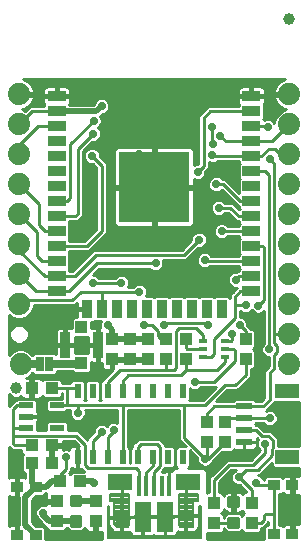
<source format=gtl>
G75*
%MOIN*%
%OFA0B0*%
%FSLAX25Y25*%
%IPPOS*%
%LPD*%
%AMOC8*
5,1,8,0,0,1.08239X$1,22.5*
%
%ADD10R,0.03937X0.04331*%
%ADD11R,0.02598X0.01181*%
%ADD12R,0.04331X0.03937*%
%ADD13R,0.05906X0.03543*%
%ADD14R,0.03543X0.05906*%
%ADD15R,0.23622X0.23622*%
%ADD16R,0.01575X0.06890*%
%ADD17R,0.07874X0.05748*%
%ADD18R,0.05610X0.09843*%
%ADD19C,0.03937*%
%ADD20C,0.04331*%
%ADD21C,0.00800*%
%ADD22R,0.04724X0.02165*%
%ADD23R,0.07874X0.04724*%
%ADD24R,0.05315X0.02362*%
%ADD25R,0.03937X0.03543*%
%ADD26C,0.01181*%
%ADD27R,0.03346X0.08661*%
%ADD28R,0.03937X0.04134*%
%ADD29R,0.02362X0.04724*%
%ADD30C,0.07400*%
%ADD31R,0.02500X0.05000*%
%ADD32C,0.01000*%
%ADD33C,0.02900*%
%ADD34C,0.02000*%
%ADD35C,0.02500*%
%ADD36C,0.00600*%
D10*
X0120333Y0063654D03*
X0120333Y0070346D03*
X0133333Y0070346D03*
X0133333Y0063654D03*
X0170333Y0090154D03*
X0176333Y0090154D03*
X0176333Y0096846D03*
X0170333Y0096846D03*
X0163333Y0117654D03*
X0156833Y0117654D03*
X0150833Y0117654D03*
X0144833Y0117654D03*
X0138833Y0117654D03*
X0138833Y0124346D03*
X0144833Y0124346D03*
X0150833Y0124346D03*
X0156833Y0124346D03*
X0163333Y0124346D03*
X0183333Y0124346D03*
X0183333Y0117654D03*
X0185333Y0069846D03*
X0185333Y0063154D03*
X0172833Y0063154D03*
X0172833Y0069846D03*
D11*
X0169211Y0118441D03*
X0169211Y0121000D03*
X0169211Y0123559D03*
X0176455Y0123559D03*
X0176455Y0121000D03*
X0176455Y0118441D03*
D12*
X0128180Y0077000D03*
X0121487Y0077000D03*
X0118780Y0083000D03*
X0112087Y0083000D03*
X0111987Y0089000D03*
X0118680Y0089000D03*
X0118680Y0108000D03*
X0111987Y0108000D03*
D13*
X0120400Y0140315D03*
X0120400Y0145315D03*
X0120400Y0150315D03*
X0120400Y0155315D03*
X0120400Y0160315D03*
X0120400Y0165315D03*
X0120400Y0170315D03*
X0120400Y0175315D03*
X0120400Y0180315D03*
X0120400Y0185315D03*
X0120400Y0190315D03*
X0120400Y0195315D03*
X0120400Y0200315D03*
X0120400Y0205315D03*
X0185266Y0205315D03*
X0185266Y0200315D03*
X0185266Y0195315D03*
X0185266Y0190315D03*
X0185266Y0185315D03*
X0185266Y0180315D03*
X0185266Y0175315D03*
X0185266Y0170315D03*
X0185266Y0165315D03*
X0185266Y0160315D03*
X0185266Y0155315D03*
X0185266Y0150315D03*
X0185266Y0145315D03*
X0185266Y0140315D03*
D14*
X0175333Y0134449D03*
X0170333Y0134449D03*
X0165333Y0134449D03*
X0160333Y0134449D03*
X0155333Y0134449D03*
X0150333Y0134449D03*
X0145333Y0134449D03*
X0140333Y0134449D03*
X0135333Y0134449D03*
X0130333Y0134449D03*
D15*
X0152833Y0175000D03*
D16*
X0152833Y0075500D03*
X0150274Y0075500D03*
X0147715Y0075500D03*
X0155392Y0075500D03*
X0157951Y0075500D03*
D17*
X0164251Y0076583D03*
X0141416Y0076583D03*
D18*
X0149044Y0064969D03*
X0156623Y0064969D03*
D19*
X0163463Y0065362D03*
X0106833Y0108000D03*
X0197833Y0231000D03*
D20*
X0142080Y0065536D02*
X0142080Y0063960D01*
X0142080Y0063960D01*
X0142080Y0065536D01*
X0142080Y0065536D01*
D21*
X0139637Y0065582D02*
X0144571Y0065582D01*
X0144570Y0064784D02*
X0139639Y0064784D01*
X0139641Y0063985D02*
X0144568Y0063985D01*
X0144566Y0063187D02*
X0139643Y0063187D01*
X0139644Y0062843D02*
X0139727Y0062541D01*
X0139875Y0062266D01*
X0140080Y0062031D01*
X0140332Y0061847D01*
X0140620Y0061724D01*
X0140927Y0061667D01*
X0141239Y0061681D01*
X0143601Y0061681D01*
X0143868Y0061737D01*
X0144112Y0061860D01*
X0144316Y0062042D01*
X0144465Y0062271D01*
X0144550Y0062530D01*
X0144566Y0062803D01*
X0144585Y0072803D01*
X0138168Y0072803D01*
X0138148Y0070283D01*
X0139625Y0070283D01*
X0139644Y0062843D01*
X0139809Y0062388D02*
X0144504Y0062388D01*
X0144573Y0066381D02*
X0139635Y0066381D01*
X0139633Y0067179D02*
X0144574Y0067179D01*
X0144576Y0067978D02*
X0139631Y0067978D01*
X0139629Y0068776D02*
X0144577Y0068776D01*
X0144579Y0069575D02*
X0139627Y0069575D01*
X0138149Y0070373D02*
X0144581Y0070373D01*
X0144582Y0071172D02*
X0138155Y0071172D01*
X0138161Y0071970D02*
X0144584Y0071970D01*
X0144585Y0072769D02*
X0138168Y0072769D01*
X0161247Y0072769D02*
X0167471Y0072769D01*
X0167471Y0072803D02*
X0161247Y0072803D01*
X0161247Y0062528D01*
X0161270Y0062322D01*
X0161346Y0062129D01*
X0161469Y0061963D01*
X0161631Y0061834D01*
X0161821Y0061751D01*
X0162026Y0061720D01*
X0165432Y0061622D01*
X0165592Y0061635D01*
X0165740Y0061697D01*
X0165862Y0061801D01*
X0165946Y0061938D01*
X0165983Y0062094D01*
X0165983Y0070303D01*
X0167471Y0070303D01*
X0167471Y0072803D01*
X0167471Y0071970D02*
X0161247Y0071970D01*
X0161247Y0071172D02*
X0167471Y0071172D01*
X0167471Y0070373D02*
X0161247Y0070373D01*
X0161247Y0069575D02*
X0165983Y0069575D01*
X0165983Y0068776D02*
X0161247Y0068776D01*
X0161247Y0067978D02*
X0165983Y0067978D01*
X0165983Y0067179D02*
X0161247Y0067179D01*
X0161247Y0066381D02*
X0165983Y0066381D01*
X0165983Y0065582D02*
X0161247Y0065582D01*
X0161247Y0064784D02*
X0165983Y0064784D01*
X0165983Y0063985D02*
X0161247Y0063985D01*
X0161247Y0063187D02*
X0165983Y0063187D01*
X0165983Y0062388D02*
X0161263Y0062388D01*
D22*
X0120452Y0094760D03*
X0120452Y0102240D03*
X0110215Y0102240D03*
X0110215Y0098500D03*
X0110215Y0094760D03*
D23*
X0197302Y0084976D03*
X0197302Y0107024D03*
D24*
X0182833Y0101906D03*
X0182833Y0097969D03*
X0182833Y0094031D03*
X0182833Y0090094D03*
D25*
X0192684Y0075571D03*
X0198983Y0075571D03*
X0198983Y0059429D03*
X0192684Y0059429D03*
X0113483Y0058929D03*
X0107184Y0058929D03*
X0107184Y0075071D03*
X0113483Y0075071D03*
D26*
X0125455Y0069075D02*
X0128211Y0069075D01*
X0125455Y0069075D02*
X0125455Y0071831D01*
X0128211Y0071831D01*
X0128211Y0069075D01*
X0128211Y0070197D02*
X0125455Y0070197D01*
X0125455Y0071319D02*
X0128211Y0071319D01*
X0128211Y0062169D02*
X0125455Y0062169D01*
X0125455Y0064925D01*
X0128211Y0064925D01*
X0128211Y0062169D01*
X0128211Y0063291D02*
X0125455Y0063291D01*
X0125455Y0064413D02*
X0128211Y0064413D01*
X0177955Y0061669D02*
X0180711Y0061669D01*
X0177955Y0061669D02*
X0177955Y0064425D01*
X0180711Y0064425D01*
X0180711Y0061669D01*
X0180711Y0062791D02*
X0177955Y0062791D01*
X0177955Y0063913D02*
X0180711Y0063913D01*
X0180711Y0068575D02*
X0177955Y0068575D01*
X0177955Y0071331D01*
X0180711Y0071331D01*
X0180711Y0068575D01*
X0180711Y0069697D02*
X0177955Y0069697D01*
X0177955Y0070819D02*
X0180711Y0070819D01*
D27*
X0134047Y0122300D03*
X0123220Y0122300D03*
D28*
X0128633Y0116296D03*
X0128633Y0128304D03*
D29*
X0127333Y0107024D03*
X0132333Y0107024D03*
X0137333Y0107024D03*
X0142333Y0107024D03*
X0147333Y0107024D03*
X0152333Y0107024D03*
X0157333Y0107024D03*
X0162333Y0107024D03*
X0162333Y0084976D03*
X0157333Y0084976D03*
X0152333Y0084976D03*
X0147333Y0084976D03*
X0142333Y0084976D03*
X0137333Y0084976D03*
X0132333Y0084976D03*
X0127333Y0084976D03*
D30*
X0108333Y0116000D03*
X0107833Y0136000D03*
X0107833Y0146000D03*
X0107833Y0156000D03*
X0107833Y0166000D03*
X0107833Y0176000D03*
X0107833Y0186000D03*
X0107833Y0196000D03*
X0107833Y0206000D03*
X0197833Y0206000D03*
X0197833Y0196000D03*
X0197833Y0186000D03*
X0197833Y0176000D03*
X0197833Y0166000D03*
X0197833Y0156000D03*
X0197833Y0146000D03*
X0197833Y0136000D03*
X0197833Y0126000D03*
X0197833Y0116000D03*
D31*
X0117933Y0116000D03*
X0114733Y0116000D03*
D32*
X0104433Y0072019D02*
X0104433Y0061981D01*
X0104636Y0062099D01*
X0105018Y0062201D01*
X0106798Y0062201D01*
X0106798Y0059315D01*
X0107570Y0059315D01*
X0107570Y0062201D01*
X0107783Y0062201D01*
X0107783Y0071799D01*
X0107570Y0071799D01*
X0107570Y0074685D01*
X0106798Y0074685D01*
X0106798Y0071799D01*
X0105018Y0071799D01*
X0104636Y0071901D01*
X0104433Y0072019D01*
X0104433Y0071976D02*
X0104507Y0071976D01*
X0104433Y0070978D02*
X0107783Y0070978D01*
X0107783Y0069979D02*
X0104433Y0069979D01*
X0104433Y0068981D02*
X0107783Y0068981D01*
X0107783Y0067982D02*
X0104433Y0067982D01*
X0104433Y0066984D02*
X0107783Y0066984D01*
X0107783Y0065985D02*
X0104433Y0065985D01*
X0104433Y0064987D02*
X0107783Y0064987D01*
X0107783Y0063988D02*
X0104433Y0063988D01*
X0104433Y0062990D02*
X0107783Y0062990D01*
X0107570Y0061991D02*
X0106798Y0061991D01*
X0106798Y0060993D02*
X0107570Y0060993D01*
X0107570Y0059994D02*
X0106798Y0059994D01*
X0104450Y0061991D02*
X0104433Y0061991D01*
X0112183Y0063340D02*
X0113623Y0061901D01*
X0115948Y0061901D01*
X0116651Y0061198D01*
X0116651Y0057600D01*
X0135333Y0057600D01*
X0135333Y0059988D01*
X0133818Y0059988D01*
X0133818Y0063169D01*
X0132849Y0063169D01*
X0132849Y0059988D01*
X0131167Y0059988D01*
X0130786Y0060090D01*
X0130444Y0060288D01*
X0130165Y0060567D01*
X0129967Y0060909D01*
X0129865Y0061291D01*
X0128953Y0060379D01*
X0124714Y0060379D01*
X0123745Y0061347D01*
X0123502Y0061347D01*
X0123502Y0060991D01*
X0122799Y0060288D01*
X0117868Y0060288D01*
X0117165Y0060991D01*
X0117165Y0061454D01*
X0116922Y0061454D01*
X0115076Y0063300D01*
X0115039Y0063300D01*
X0113750Y0064589D01*
X0113750Y0064952D01*
X0113703Y0064999D01*
X0113300Y0065973D01*
X0113300Y0067027D01*
X0113703Y0068001D01*
X0114449Y0068747D01*
X0115423Y0069150D01*
X0116477Y0069150D01*
X0116865Y0068989D01*
X0116865Y0069862D01*
X0119849Y0069862D01*
X0119849Y0070831D01*
X0116865Y0070831D01*
X0116865Y0072709D01*
X0116908Y0072871D01*
X0116651Y0072871D01*
X0116651Y0072802D01*
X0115948Y0072099D01*
X0113623Y0072099D01*
X0112183Y0070660D01*
X0112183Y0063340D01*
X0112534Y0062990D02*
X0115386Y0062990D01*
X0116385Y0061991D02*
X0113532Y0061991D01*
X0114351Y0063988D02*
X0112183Y0063988D01*
X0112183Y0064987D02*
X0113716Y0064987D01*
X0113300Y0065985D02*
X0112183Y0065985D01*
X0112183Y0066984D02*
X0113300Y0066984D01*
X0113696Y0067982D02*
X0112183Y0067982D01*
X0112183Y0068981D02*
X0115014Y0068981D01*
X0116865Y0070978D02*
X0112501Y0070978D01*
X0112183Y0069979D02*
X0119849Y0069979D01*
X0116865Y0071976D02*
X0113500Y0071976D01*
X0107570Y0071976D02*
X0106798Y0071976D01*
X0106798Y0072975D02*
X0107570Y0072975D01*
X0107570Y0073973D02*
X0106798Y0073973D01*
X0106798Y0075457D02*
X0106798Y0078343D01*
X0105018Y0078343D01*
X0104636Y0078240D01*
X0104433Y0078123D01*
X0104433Y0088496D01*
X0104633Y0088296D01*
X0105629Y0087300D01*
X0108622Y0087300D01*
X0108622Y0086534D01*
X0109206Y0085950D01*
X0108722Y0085466D01*
X0108722Y0080534D01*
X0109424Y0079831D01*
X0109887Y0079831D01*
X0109887Y0078150D01*
X0109731Y0078240D01*
X0109350Y0078343D01*
X0107570Y0078343D01*
X0107570Y0075457D01*
X0106798Y0075457D01*
X0106798Y0075970D02*
X0107570Y0075970D01*
X0107570Y0076969D02*
X0106798Y0076969D01*
X0106798Y0077967D02*
X0107570Y0077967D01*
X0109887Y0078966D02*
X0104433Y0078966D01*
X0104433Y0079964D02*
X0109292Y0079964D01*
X0108722Y0080963D02*
X0104433Y0080963D01*
X0104433Y0081961D02*
X0108722Y0081961D01*
X0108722Y0082960D02*
X0104433Y0082960D01*
X0104433Y0083958D02*
X0108722Y0083958D01*
X0108722Y0084957D02*
X0104433Y0084957D01*
X0104433Y0085955D02*
X0109201Y0085955D01*
X0108622Y0086954D02*
X0104433Y0086954D01*
X0104433Y0087952D02*
X0104977Y0087952D01*
X0106333Y0089000D02*
X0111987Y0089000D01*
X0113777Y0093868D02*
X0113777Y0096340D01*
X0113699Y0096418D01*
X0113777Y0096496D01*
X0113975Y0096838D01*
X0114077Y0097220D01*
X0114077Y0098459D01*
X0110256Y0098459D01*
X0110256Y0098541D01*
X0114077Y0098541D01*
X0114077Y0099780D01*
X0113975Y0100162D01*
X0113777Y0100504D01*
X0113699Y0100582D01*
X0113777Y0100660D01*
X0113777Y0103820D01*
X0113074Y0104523D01*
X0107356Y0104523D01*
X0106773Y0103940D01*
X0106369Y0103940D01*
X0105129Y0102700D01*
X0104433Y0102004D01*
X0104433Y0105919D01*
X0105039Y0105314D01*
X0106203Y0104831D01*
X0107464Y0104831D01*
X0108528Y0105272D01*
X0108621Y0105110D01*
X0108900Y0104831D01*
X0109243Y0104634D01*
X0109624Y0104531D01*
X0111503Y0104531D01*
X0111503Y0107516D01*
X0112471Y0107516D01*
X0112471Y0104531D01*
X0114350Y0104531D01*
X0114731Y0104634D01*
X0115073Y0104831D01*
X0115353Y0105110D01*
X0115494Y0105355D01*
X0116017Y0104831D01*
X0121342Y0104831D01*
X0122045Y0105534D01*
X0122045Y0106300D01*
X0122133Y0106300D01*
X0122133Y0104523D01*
X0117593Y0104523D01*
X0116890Y0103820D01*
X0116890Y0100660D01*
X0117593Y0099957D01*
X0123311Y0099957D01*
X0123894Y0100540D01*
X0124842Y0100540D01*
X0124733Y0100277D01*
X0124733Y0099223D01*
X0125137Y0098249D01*
X0125882Y0097503D01*
X0126856Y0097100D01*
X0127910Y0097100D01*
X0128884Y0097503D01*
X0129630Y0098249D01*
X0130033Y0099223D01*
X0130033Y0100277D01*
X0129924Y0100540D01*
X0140633Y0100540D01*
X0140633Y0096330D01*
X0139860Y0096650D01*
X0138806Y0096650D01*
X0137832Y0096247D01*
X0137087Y0095501D01*
X0137085Y0095496D01*
X0136834Y0095747D01*
X0135860Y0096150D01*
X0134806Y0096150D01*
X0133832Y0095747D01*
X0133087Y0095001D01*
X0132683Y0094027D01*
X0132683Y0093254D01*
X0130633Y0091204D01*
X0130633Y0090773D01*
X0130537Y0090868D01*
X0127537Y0093868D01*
X0124014Y0093868D01*
X0124014Y0096340D01*
X0123311Y0097043D01*
X0117593Y0097043D01*
X0116890Y0096340D01*
X0116890Y0093868D01*
X0113777Y0093868D01*
X0113777Y0093943D02*
X0116890Y0093943D01*
X0116890Y0094942D02*
X0113777Y0094942D01*
X0113777Y0095940D02*
X0116890Y0095940D01*
X0117489Y0096939D02*
X0114002Y0096939D01*
X0114077Y0097937D02*
X0125448Y0097937D01*
X0124852Y0098936D02*
X0114077Y0098936D01*
X0114036Y0099934D02*
X0124733Y0099934D01*
X0123833Y0102240D02*
X0120452Y0102240D01*
X0121438Y0104927D02*
X0122133Y0104927D01*
X0122133Y0105926D02*
X0122045Y0105926D01*
X0123833Y0107500D02*
X0123833Y0102240D01*
X0127333Y0102240D01*
X0127333Y0099800D01*
X0127383Y0099750D01*
X0127333Y0102240D02*
X0142333Y0102240D01*
X0142333Y0084976D01*
X0144714Y0084957D02*
X0144952Y0084957D01*
X0144952Y0085955D02*
X0144714Y0085955D01*
X0144714Y0086954D02*
X0144952Y0086954D01*
X0144952Y0087836D02*
X0144952Y0083114D01*
X0144714Y0083114D01*
X0144714Y0087836D01*
X0144033Y0088517D01*
X0144033Y0100540D01*
X0161133Y0100540D01*
X0161133Y0090796D01*
X0162129Y0089800D01*
X0163391Y0088539D01*
X0160655Y0088539D01*
X0159952Y0087836D01*
X0159952Y0082117D01*
X0160569Y0081500D01*
X0159505Y0081500D01*
X0158450Y0080445D01*
X0157951Y0080445D01*
X0156967Y0080445D01*
X0156585Y0080343D01*
X0156243Y0080145D01*
X0156243Y0080145D01*
X0155382Y0080145D01*
X0155537Y0080300D01*
X0156533Y0081296D01*
X0156533Y0081414D01*
X0159011Y0081414D01*
X0159714Y0082117D01*
X0159714Y0087836D01*
X0159011Y0088539D01*
X0156533Y0088539D01*
X0156533Y0089204D01*
X0155537Y0090200D01*
X0155533Y0090204D01*
X0154537Y0091200D01*
X0147629Y0091200D01*
X0146629Y0090200D01*
X0145633Y0089204D01*
X0145633Y0088517D01*
X0144952Y0087836D01*
X0145069Y0087952D02*
X0144598Y0087952D01*
X0144033Y0088951D02*
X0145633Y0088951D01*
X0146379Y0089949D02*
X0144033Y0089949D01*
X0144033Y0090948D02*
X0147377Y0090948D01*
X0148333Y0089500D02*
X0147333Y0088500D01*
X0147333Y0084976D01*
X0144952Y0083958D02*
X0144714Y0083958D01*
X0146801Y0081414D02*
X0130655Y0081414D01*
X0129833Y0082236D01*
X0129833Y0089169D01*
X0126833Y0092169D01*
X0106002Y0092169D01*
X0105833Y0092000D01*
X0105833Y0089500D01*
X0106333Y0089000D01*
X0105833Y0092000D02*
X0105833Y0094760D01*
X0110215Y0094760D01*
X0105833Y0094760D02*
X0105833Y0101000D01*
X0107073Y0102240D01*
X0110215Y0102240D01*
X0111503Y0104927D02*
X0112471Y0104927D01*
X0112471Y0105926D02*
X0111503Y0105926D01*
X0111503Y0106924D02*
X0112471Y0106924D01*
X0112471Y0108484D02*
X0111503Y0108484D01*
X0111503Y0111468D01*
X0110198Y0111468D01*
X0111109Y0111846D01*
X0112283Y0113020D01*
X0112283Y0113003D01*
X0112986Y0112300D01*
X0119680Y0112300D01*
X0120383Y0113003D01*
X0120383Y0113550D01*
X0125647Y0113550D01*
X0126168Y0113029D01*
X0131099Y0113029D01*
X0131802Y0113732D01*
X0131802Y0116570D01*
X0132176Y0116469D01*
X0133710Y0116469D01*
X0133710Y0121963D01*
X0134383Y0121963D01*
X0134383Y0116469D01*
X0135365Y0116469D01*
X0135365Y0115291D01*
X0135467Y0114909D01*
X0135665Y0114567D01*
X0135944Y0114288D01*
X0136286Y0114090D01*
X0136667Y0113988D01*
X0138349Y0113988D01*
X0138349Y0117169D01*
X0139318Y0117169D01*
X0139318Y0118138D01*
X0144349Y0118138D01*
X0144349Y0117169D01*
X0141365Y0117169D01*
X0139318Y0117169D01*
X0139318Y0114388D01*
X0135633Y0110704D01*
X0135633Y0110564D01*
X0134952Y0109883D01*
X0134952Y0104164D01*
X0135176Y0103940D01*
X0134490Y0103940D01*
X0134714Y0104164D01*
X0134714Y0109883D01*
X0134011Y0110586D01*
X0130655Y0110586D01*
X0129952Y0109883D01*
X0129952Y0104164D01*
X0130176Y0103940D01*
X0129490Y0103940D01*
X0129714Y0104164D01*
X0129714Y0109883D01*
X0129011Y0110586D01*
X0125655Y0110586D01*
X0124952Y0109883D01*
X0124952Y0109700D01*
X0122045Y0109700D01*
X0122045Y0110466D01*
X0121342Y0111168D01*
X0116017Y0111168D01*
X0115494Y0110645D01*
X0115353Y0110890D01*
X0115073Y0111169D01*
X0114731Y0111366D01*
X0114350Y0111468D01*
X0112471Y0111468D01*
X0112471Y0108484D01*
X0112471Y0108921D02*
X0111503Y0108921D01*
X0111503Y0109920D02*
X0112471Y0109920D01*
X0112471Y0110918D02*
X0111503Y0110918D01*
X0111180Y0111917D02*
X0136846Y0111917D01*
X0137844Y0112915D02*
X0120296Y0112915D01*
X0121593Y0110918D02*
X0135847Y0110918D01*
X0134989Y0109920D02*
X0134678Y0109920D01*
X0134714Y0108921D02*
X0134952Y0108921D01*
X0134952Y0107923D02*
X0134714Y0107923D01*
X0134714Y0106924D02*
X0134952Y0106924D01*
X0134952Y0105926D02*
X0134714Y0105926D01*
X0134714Y0104927D02*
X0134952Y0104927D01*
X0137333Y0107024D02*
X0137333Y0110000D01*
X0141333Y0114000D01*
X0156833Y0114000D01*
X0156833Y0117654D01*
X0156833Y0114000D02*
X0159333Y0114000D01*
X0160165Y0114831D01*
X0160165Y0127009D01*
X0161102Y0127946D01*
X0166887Y0127946D01*
X0169211Y0125622D01*
X0169211Y0123559D01*
X0169211Y0121000D02*
X0165818Y0121000D01*
X0165799Y0121019D01*
X0163814Y0121019D01*
X0163333Y0121500D01*
X0163333Y0124346D01*
X0156833Y0124346D02*
X0155155Y0124346D01*
X0154002Y0125500D01*
X0154002Y0127009D01*
X0152011Y0129000D01*
X0149333Y0129000D01*
X0156288Y0129046D02*
X0156888Y0129646D01*
X0170233Y0129646D01*
X0170833Y0129046D01*
X0172863Y0124530D02*
X0179833Y0131500D01*
X0179833Y0135500D01*
X0179955Y0135621D01*
X0183333Y0135621D01*
X0181533Y0133674D02*
X0181533Y0131650D01*
X0181860Y0131650D01*
X0182834Y0131247D01*
X0183580Y0130501D01*
X0183983Y0129527D01*
X0183983Y0128754D01*
X0184037Y0128700D01*
X0185026Y0127712D01*
X0185799Y0127712D01*
X0186502Y0127009D01*
X0186502Y0121684D01*
X0185818Y0121000D01*
X0186502Y0120316D01*
X0186502Y0114991D01*
X0185799Y0114288D01*
X0185033Y0114288D01*
X0185033Y0111796D01*
X0184037Y0110800D01*
X0180537Y0107300D01*
X0177297Y0107300D01*
X0173603Y0103605D01*
X0178998Y0103605D01*
X0179679Y0104287D01*
X0185988Y0104287D01*
X0186669Y0103605D01*
X0188535Y0103605D01*
X0189633Y0104704D01*
X0189633Y0113804D01*
X0190629Y0114800D01*
X0191233Y0115404D01*
X0191233Y0118350D01*
X0190706Y0118350D01*
X0189732Y0118753D01*
X0188987Y0119499D01*
X0188583Y0120473D01*
X0188583Y0121527D01*
X0188987Y0122501D01*
X0189533Y0123048D01*
X0189533Y0133769D01*
X0189018Y0133253D01*
X0188044Y0132850D01*
X0186989Y0132850D01*
X0186015Y0133253D01*
X0185364Y0133905D01*
X0184834Y0133375D01*
X0183860Y0132971D01*
X0182806Y0132971D01*
X0181832Y0133375D01*
X0181533Y0133674D01*
X0181533Y0132885D02*
X0186904Y0132885D01*
X0188129Y0132885D02*
X0189533Y0132885D01*
X0189533Y0131887D02*
X0181533Y0131887D01*
X0183193Y0130888D02*
X0189533Y0130888D01*
X0189533Y0129890D02*
X0183833Y0129890D01*
X0183983Y0128891D02*
X0189533Y0128891D01*
X0189533Y0127893D02*
X0184845Y0127893D01*
X0183333Y0127000D02*
X0183333Y0124346D01*
X0183333Y0127000D02*
X0181333Y0129000D01*
X0178915Y0126000D02*
X0178915Y0124141D01*
X0178333Y0123559D01*
X0176455Y0123559D01*
X0176455Y0121000D02*
X0179333Y0121000D01*
X0179833Y0120500D01*
X0179833Y0117000D01*
X0172833Y0110000D01*
X0166333Y0110000D01*
X0168381Y0108300D02*
X0173489Y0108300D01*
X0169129Y0103940D01*
X0164490Y0103940D01*
X0164714Y0104164D01*
X0164714Y0107871D01*
X0164832Y0107753D01*
X0165806Y0107350D01*
X0166860Y0107350D01*
X0167834Y0107753D01*
X0168381Y0108300D01*
X0168004Y0107923D02*
X0173112Y0107923D01*
X0172113Y0106924D02*
X0164714Y0106924D01*
X0164714Y0105926D02*
X0171115Y0105926D01*
X0170116Y0104927D02*
X0164714Y0104927D01*
X0162833Y0102240D02*
X0169833Y0102240D01*
X0176593Y0109000D01*
X0179833Y0109000D01*
X0183333Y0112500D01*
X0183333Y0117654D01*
X0186502Y0117908D02*
X0191233Y0117908D01*
X0191233Y0116909D02*
X0186502Y0116909D01*
X0186502Y0115911D02*
X0191233Y0115911D01*
X0190741Y0114912D02*
X0186423Y0114912D01*
X0185033Y0113914D02*
X0189743Y0113914D01*
X0189633Y0112915D02*
X0185033Y0112915D01*
X0185033Y0111917D02*
X0189633Y0111917D01*
X0189633Y0110918D02*
X0184156Y0110918D01*
X0183157Y0109920D02*
X0189633Y0109920D01*
X0189633Y0108921D02*
X0182159Y0108921D01*
X0181160Y0107923D02*
X0189633Y0107923D01*
X0189633Y0106924D02*
X0176921Y0106924D01*
X0175923Y0105926D02*
X0189633Y0105926D01*
X0189633Y0104927D02*
X0174924Y0104927D01*
X0173926Y0103929D02*
X0179321Y0103929D01*
X0182833Y0101906D02*
X0172739Y0101906D01*
X0170333Y0099500D01*
X0170333Y0096846D01*
X0176333Y0096846D02*
X0177455Y0097969D01*
X0182833Y0097969D01*
X0191383Y0097969D01*
X0194033Y0097937D02*
X0201173Y0097937D01*
X0201173Y0096939D02*
X0193825Y0096939D01*
X0193630Y0096467D02*
X0194033Y0097441D01*
X0194033Y0098496D01*
X0193630Y0099470D01*
X0192884Y0100215D01*
X0191910Y0100618D01*
X0190856Y0100618D01*
X0190002Y0100265D01*
X0192037Y0102300D01*
X0192037Y0102300D01*
X0193033Y0103296D01*
X0193033Y0103461D01*
X0201175Y0103461D01*
X0201169Y0088539D01*
X0194133Y0088539D01*
X0194133Y0091302D01*
X0193137Y0092298D01*
X0191585Y0093850D01*
X0189419Y0093850D01*
X0187537Y0095731D01*
X0186669Y0095731D01*
X0186400Y0096000D01*
X0186669Y0096269D01*
X0189336Y0096269D01*
X0189882Y0095722D01*
X0190856Y0095319D01*
X0191910Y0095319D01*
X0192884Y0095722D01*
X0193630Y0096467D01*
X0193103Y0095940D02*
X0201172Y0095940D01*
X0201172Y0094942D02*
X0188327Y0094942D01*
X0189326Y0093943D02*
X0201171Y0093943D01*
X0201171Y0092945D02*
X0192490Y0092945D01*
X0193489Y0091946D02*
X0201170Y0091946D01*
X0201170Y0090948D02*
X0194133Y0090948D01*
X0194133Y0089949D02*
X0201169Y0089949D01*
X0201169Y0088951D02*
X0194133Y0088951D01*
X0192433Y0088104D02*
X0192433Y0090598D01*
X0190881Y0092150D01*
X0188715Y0092150D01*
X0186833Y0094031D01*
X0182833Y0094031D01*
X0182924Y0090185D02*
X0186991Y0090185D01*
X0186991Y0091470D01*
X0187015Y0091446D01*
X0187514Y0090947D01*
X0187133Y0090027D01*
X0187133Y0088973D01*
X0187537Y0087999D01*
X0188083Y0087452D01*
X0188083Y0087204D01*
X0185029Y0084150D01*
X0177079Y0084150D01*
X0176083Y0083154D01*
X0172129Y0079200D01*
X0171133Y0078204D01*
X0171133Y0073212D01*
X0170368Y0073212D01*
X0170333Y0073177D01*
X0170333Y0080328D01*
X0169162Y0081500D01*
X0164097Y0081500D01*
X0164714Y0082117D01*
X0164714Y0087215D01*
X0167183Y0084746D01*
X0167183Y0083973D01*
X0167587Y0082999D01*
X0168332Y0082253D01*
X0169306Y0081850D01*
X0170360Y0081850D01*
X0171334Y0082253D01*
X0172080Y0082999D01*
X0172431Y0083847D01*
X0175372Y0086788D01*
X0178799Y0086788D01*
X0179502Y0087491D01*
X0179502Y0087570D01*
X0179597Y0087516D01*
X0179978Y0087413D01*
X0182743Y0087413D01*
X0182743Y0090004D01*
X0182924Y0090004D01*
X0182924Y0090185D01*
X0182924Y0090004D02*
X0186991Y0090004D01*
X0186991Y0088716D01*
X0186889Y0088334D01*
X0186691Y0087992D01*
X0186412Y0087713D01*
X0186070Y0087516D01*
X0185688Y0087413D01*
X0182924Y0087413D01*
X0182924Y0090004D01*
X0182924Y0089949D02*
X0182743Y0089949D01*
X0182743Y0088951D02*
X0182924Y0088951D01*
X0182924Y0087952D02*
X0182743Y0087952D01*
X0178965Y0086954D02*
X0187833Y0086954D01*
X0187583Y0087952D02*
X0186651Y0087952D01*
X0186991Y0088951D02*
X0187142Y0088951D01*
X0187133Y0089949D02*
X0186991Y0089949D01*
X0186991Y0090948D02*
X0187513Y0090948D01*
X0189783Y0089500D02*
X0189783Y0086500D01*
X0185733Y0082450D01*
X0177783Y0082450D01*
X0172833Y0077500D01*
X0172833Y0069846D01*
X0176002Y0067788D02*
X0176002Y0067184D01*
X0175318Y0066500D01*
X0176002Y0065816D01*
X0176002Y0064747D01*
X0176165Y0064747D01*
X0176165Y0065167D01*
X0177214Y0066216D01*
X0181453Y0066216D01*
X0182165Y0065504D01*
X0182165Y0065816D01*
X0182849Y0066500D01*
X0182221Y0067128D01*
X0181995Y0066902D01*
X0181518Y0066627D01*
X0180987Y0066484D01*
X0179818Y0066484D01*
X0179818Y0069468D01*
X0178849Y0069468D01*
X0178849Y0066484D01*
X0177680Y0066484D01*
X0177148Y0066627D01*
X0176672Y0066902D01*
X0176283Y0067291D01*
X0176007Y0067768D01*
X0176002Y0067788D01*
X0175801Y0066984D02*
X0176590Y0066984D01*
X0176983Y0065985D02*
X0175833Y0065985D01*
X0176002Y0064987D02*
X0176165Y0064987D01*
X0178849Y0066984D02*
X0179818Y0066984D01*
X0179818Y0067982D02*
X0178849Y0067982D01*
X0178849Y0068981D02*
X0179818Y0068981D01*
X0179818Y0070437D02*
X0178849Y0070437D01*
X0178849Y0073421D01*
X0177680Y0073421D01*
X0177148Y0073279D01*
X0176672Y0073004D01*
X0176283Y0072614D01*
X0176007Y0072138D01*
X0176002Y0072117D01*
X0176002Y0072509D01*
X0175299Y0073212D01*
X0174533Y0073212D01*
X0174533Y0076796D01*
X0178487Y0080750D01*
X0180243Y0080750D01*
X0179667Y0080512D01*
X0178922Y0079766D01*
X0178518Y0078792D01*
X0178518Y0077738D01*
X0178922Y0076764D01*
X0179667Y0076019D01*
X0180641Y0075615D01*
X0181414Y0075615D01*
X0183633Y0073396D01*
X0183633Y0073212D01*
X0182868Y0073212D01*
X0182327Y0072671D01*
X0181995Y0073004D01*
X0181518Y0073279D01*
X0180987Y0073421D01*
X0179818Y0073421D01*
X0179818Y0070437D01*
X0179818Y0070978D02*
X0178849Y0070978D01*
X0178849Y0071976D02*
X0179818Y0071976D01*
X0179818Y0072975D02*
X0178849Y0072975D01*
X0176643Y0072975D02*
X0175536Y0072975D01*
X0174533Y0073973D02*
X0183056Y0073973D01*
X0182631Y0072975D02*
X0182024Y0072975D01*
X0182057Y0074972D02*
X0174533Y0074972D01*
X0174533Y0075970D02*
X0179784Y0075970D01*
X0178837Y0076969D02*
X0174706Y0076969D01*
X0175705Y0077967D02*
X0178518Y0077967D01*
X0178590Y0078966D02*
X0176703Y0078966D01*
X0177702Y0079964D02*
X0179120Y0079964D01*
X0181168Y0078265D02*
X0183653Y0080750D01*
X0187346Y0080750D01*
X0192165Y0085569D01*
X0192165Y0087836D01*
X0192433Y0088104D01*
X0192165Y0083165D02*
X0192165Y0082117D01*
X0192868Y0081414D01*
X0201166Y0081414D01*
X0201165Y0078838D01*
X0201149Y0078843D01*
X0199369Y0078843D01*
X0199369Y0075957D01*
X0198597Y0075957D01*
X0198597Y0078843D01*
X0196817Y0078843D01*
X0196435Y0078740D01*
X0196093Y0078543D01*
X0195814Y0078264D01*
X0195673Y0078019D01*
X0195149Y0078543D01*
X0190218Y0078543D01*
X0189515Y0077840D01*
X0189515Y0077271D01*
X0189382Y0077271D01*
X0189080Y0078001D01*
X0188334Y0078747D01*
X0187602Y0079050D01*
X0188050Y0079050D01*
X0192165Y0083165D01*
X0192165Y0082960D02*
X0191960Y0082960D01*
X0192321Y0081961D02*
X0190962Y0081961D01*
X0189963Y0080963D02*
X0201166Y0080963D01*
X0201165Y0079964D02*
X0188964Y0079964D01*
X0187805Y0078966D02*
X0201165Y0078966D01*
X0199369Y0077967D02*
X0198597Y0077967D01*
X0198597Y0076969D02*
X0199369Y0076969D01*
X0199369Y0075970D02*
X0198597Y0075970D01*
X0198597Y0075185D02*
X0199369Y0075185D01*
X0199369Y0072299D01*
X0201149Y0072299D01*
X0201162Y0072303D01*
X0201158Y0062698D01*
X0201149Y0062701D01*
X0199369Y0062701D01*
X0199369Y0059815D01*
X0198597Y0059815D01*
X0198597Y0062701D01*
X0196817Y0062701D01*
X0196435Y0062599D01*
X0196093Y0062401D01*
X0195814Y0062122D01*
X0195673Y0061877D01*
X0195149Y0062401D01*
X0194384Y0062401D01*
X0194384Y0066704D01*
X0194384Y0072599D01*
X0195149Y0072599D01*
X0195673Y0073123D01*
X0195814Y0072878D01*
X0196093Y0072599D01*
X0196435Y0072401D01*
X0196817Y0072299D01*
X0198597Y0072299D01*
X0198597Y0075185D01*
X0198597Y0074972D02*
X0199369Y0074972D01*
X0199369Y0073973D02*
X0198597Y0073973D01*
X0198597Y0072975D02*
X0199369Y0072975D01*
X0201162Y0071976D02*
X0194384Y0071976D01*
X0194384Y0070978D02*
X0201161Y0070978D01*
X0201161Y0069979D02*
X0194384Y0069979D01*
X0194384Y0068981D02*
X0201160Y0068981D01*
X0201160Y0067982D02*
X0194384Y0067982D01*
X0194384Y0066984D02*
X0201159Y0066984D01*
X0201159Y0065985D02*
X0194384Y0065985D01*
X0194384Y0064987D02*
X0201159Y0064987D01*
X0201158Y0063988D02*
X0194384Y0063988D01*
X0194384Y0062990D02*
X0201158Y0062990D01*
X0199369Y0061991D02*
X0198597Y0061991D01*
X0198597Y0060993D02*
X0199369Y0060993D01*
X0199369Y0059994D02*
X0198597Y0059994D01*
X0195739Y0061991D02*
X0195559Y0061991D01*
X0192684Y0059429D02*
X0192684Y0066000D01*
X0189833Y0066000D01*
X0189333Y0065500D01*
X0189333Y0064000D01*
X0188487Y0063154D01*
X0185333Y0063154D01*
X0188502Y0061454D02*
X0189191Y0061454D01*
X0190984Y0063246D01*
X0190984Y0062401D01*
X0190218Y0062401D01*
X0189515Y0061698D01*
X0189515Y0057600D01*
X0170333Y0057600D01*
X0170333Y0059823D01*
X0170368Y0059788D01*
X0175299Y0059788D01*
X0176002Y0060491D01*
X0176002Y0061347D01*
X0176165Y0061347D01*
X0176165Y0060928D01*
X0177214Y0059879D01*
X0181453Y0059879D01*
X0182165Y0060591D01*
X0182165Y0060491D01*
X0182868Y0059788D01*
X0187799Y0059788D01*
X0188502Y0060491D01*
X0188502Y0061454D01*
X0188502Y0060993D02*
X0189515Y0060993D01*
X0189515Y0059994D02*
X0188005Y0059994D01*
X0189515Y0058996D02*
X0170333Y0058996D01*
X0170333Y0057997D02*
X0189515Y0057997D01*
X0189729Y0061991D02*
X0189808Y0061991D01*
X0190727Y0062990D02*
X0190984Y0062990D01*
X0192684Y0066000D02*
X0192684Y0075571D01*
X0187762Y0075571D01*
X0186833Y0076500D01*
X0189094Y0077967D02*
X0189643Y0077967D01*
X0185333Y0074100D02*
X0181168Y0078265D01*
X0185333Y0074100D02*
X0185333Y0069846D01*
X0182365Y0066984D02*
X0182077Y0066984D01*
X0182334Y0065985D02*
X0181684Y0065985D01*
X0179333Y0063047D02*
X0172940Y0063047D01*
X0172833Y0063154D01*
X0176002Y0060993D02*
X0176165Y0060993D01*
X0175505Y0059994D02*
X0177098Y0059994D01*
X0181568Y0059994D02*
X0182662Y0059994D01*
X0171133Y0073973D02*
X0170333Y0073973D01*
X0170333Y0074972D02*
X0171133Y0074972D01*
X0171133Y0075970D02*
X0170333Y0075970D01*
X0170333Y0076969D02*
X0171133Y0076969D01*
X0171133Y0077967D02*
X0170333Y0077967D01*
X0170333Y0078966D02*
X0171895Y0078966D01*
X0172893Y0079964D02*
X0170333Y0079964D01*
X0169699Y0080963D02*
X0173892Y0080963D01*
X0174890Y0081961D02*
X0170629Y0081961D01*
X0169038Y0081961D02*
X0164559Y0081961D01*
X0164714Y0082960D02*
X0167626Y0082960D01*
X0167189Y0083958D02*
X0164714Y0083958D01*
X0164714Y0084957D02*
X0166972Y0084957D01*
X0165974Y0085955D02*
X0164714Y0085955D01*
X0164714Y0086954D02*
X0164975Y0086954D01*
X0162978Y0088951D02*
X0156533Y0088951D01*
X0155788Y0089949D02*
X0161980Y0089949D01*
X0161133Y0090948D02*
X0154790Y0090948D01*
X0153833Y0089500D02*
X0148333Y0089500D01*
X0144033Y0091946D02*
X0161133Y0091946D01*
X0161133Y0092945D02*
X0144033Y0092945D01*
X0144033Y0093943D02*
X0161133Y0093943D01*
X0161133Y0094942D02*
X0144033Y0094942D01*
X0144033Y0095940D02*
X0161133Y0095940D01*
X0161133Y0096939D02*
X0144033Y0096939D01*
X0144033Y0097937D02*
X0161133Y0097937D01*
X0161133Y0098936D02*
X0144033Y0098936D01*
X0144033Y0099934D02*
X0161133Y0099934D01*
X0162833Y0102240D02*
X0162833Y0091500D01*
X0169833Y0084500D01*
X0170680Y0084500D01*
X0176333Y0090154D01*
X0174539Y0085955D02*
X0186835Y0085955D01*
X0185836Y0084957D02*
X0173541Y0084957D01*
X0172542Y0083958D02*
X0176887Y0083958D01*
X0176083Y0083154D02*
X0176083Y0083154D01*
X0175889Y0082960D02*
X0172041Y0082960D01*
X0170333Y0085000D02*
X0169833Y0084500D01*
X0170333Y0085000D02*
X0170333Y0090154D01*
X0160069Y0087952D02*
X0159598Y0087952D01*
X0159714Y0086954D02*
X0159952Y0086954D01*
X0159952Y0085955D02*
X0159714Y0085955D01*
X0159714Y0084957D02*
X0159952Y0084957D01*
X0159952Y0083958D02*
X0159714Y0083958D01*
X0159714Y0082960D02*
X0159952Y0082960D01*
X0160108Y0081961D02*
X0159559Y0081961D01*
X0158968Y0080963D02*
X0156200Y0080963D01*
X0154833Y0082000D02*
X0154833Y0088500D01*
X0153833Y0089500D01*
X0152333Y0084976D02*
X0152333Y0082000D01*
X0150274Y0079941D01*
X0150274Y0075500D01*
X0147715Y0075500D02*
X0147715Y0080500D01*
X0146801Y0081414D01*
X0152833Y0080000D02*
X0154833Y0082000D01*
X0152833Y0080000D02*
X0152833Y0075500D01*
X0157951Y0075500D02*
X0157951Y0080445D01*
X0157951Y0075500D01*
X0157951Y0075500D01*
X0157951Y0075970D02*
X0157951Y0075970D01*
X0157951Y0076969D02*
X0157951Y0076969D01*
X0157951Y0077967D02*
X0157951Y0077967D01*
X0157951Y0078966D02*
X0157951Y0078966D01*
X0157951Y0079964D02*
X0157951Y0079964D01*
X0163463Y0075795D02*
X0164251Y0076583D01*
X0163463Y0075795D02*
X0163463Y0065362D01*
X0142080Y0064748D02*
X0142080Y0075919D01*
X0141416Y0076583D01*
X0137333Y0084976D02*
X0137333Y0091752D01*
X0139333Y0093752D01*
X0139333Y0094000D01*
X0137526Y0095940D02*
X0136366Y0095940D01*
X0134300Y0095940D02*
X0124014Y0095940D01*
X0124014Y0094942D02*
X0133062Y0094942D01*
X0132683Y0093943D02*
X0124014Y0093943D01*
X0123415Y0096939D02*
X0140633Y0096939D01*
X0140633Y0097937D02*
X0129318Y0097937D01*
X0129914Y0098936D02*
X0140633Y0098936D01*
X0140633Y0099934D02*
X0130033Y0099934D01*
X0129952Y0104927D02*
X0129714Y0104927D01*
X0129714Y0105926D02*
X0129952Y0105926D01*
X0129952Y0106924D02*
X0129714Y0106924D01*
X0129714Y0107923D02*
X0129952Y0107923D01*
X0129952Y0108921D02*
X0129714Y0108921D01*
X0129678Y0109920D02*
X0129989Y0109920D01*
X0127333Y0107024D02*
X0126357Y0108000D01*
X0123333Y0108000D01*
X0118680Y0108000D01*
X0122045Y0109920D02*
X0124989Y0109920D01*
X0123333Y0108000D02*
X0123833Y0107500D01*
X0116998Y0103929D02*
X0113668Y0103929D01*
X0113777Y0102930D02*
X0116890Y0102930D01*
X0116890Y0101932D02*
X0113777Y0101932D01*
X0113777Y0100933D02*
X0116890Y0100933D01*
X0115922Y0104927D02*
X0115169Y0104927D01*
X0108805Y0104927D02*
X0107694Y0104927D01*
X0106358Y0103929D02*
X0104433Y0103929D01*
X0104433Y0104927D02*
X0105972Y0104927D01*
X0105359Y0102930D02*
X0104433Y0102930D01*
X0112178Y0112915D02*
X0112371Y0112915D01*
X0115324Y0110918D02*
X0115767Y0110918D01*
X0112283Y0118980D02*
X0111109Y0120154D01*
X0109308Y0120900D01*
X0107359Y0120900D01*
X0105558Y0120154D01*
X0104433Y0119030D01*
X0104433Y0132470D01*
X0105058Y0131846D01*
X0106859Y0131100D01*
X0108808Y0131100D01*
X0110609Y0131846D01*
X0111987Y0133224D01*
X0112733Y0135025D01*
X0112733Y0135643D01*
X0126331Y0135643D01*
X0127062Y0136374D01*
X0127062Y0134835D01*
X0129947Y0134835D01*
X0129947Y0134063D01*
X0127062Y0134063D01*
X0127062Y0131571D01*
X0126168Y0131571D01*
X0125465Y0130868D01*
X0125465Y0128030D01*
X0125091Y0128131D01*
X0123557Y0128131D01*
X0123557Y0122637D01*
X0126393Y0122637D01*
X0126393Y0125037D01*
X0130873Y0125037D01*
X0130873Y0122637D01*
X0133710Y0122637D01*
X0133710Y0128131D01*
X0132176Y0128131D01*
X0131802Y0128030D01*
X0131802Y0129996D01*
X0132302Y0129996D01*
X0132684Y0130098D01*
X0133026Y0130296D01*
X0133045Y0130315D01*
X0133065Y0130296D01*
X0135002Y0130296D01*
X0134683Y0129527D01*
X0134683Y0128473D01*
X0134825Y0128131D01*
X0134383Y0128131D01*
X0134383Y0122637D01*
X0133710Y0122637D01*
X0133710Y0121963D01*
X0130873Y0121963D01*
X0130873Y0119563D01*
X0126393Y0119563D01*
X0126393Y0121963D01*
X0123557Y0121963D01*
X0123557Y0122637D01*
X0122883Y0122637D01*
X0122883Y0128131D01*
X0121349Y0128131D01*
X0120968Y0128028D01*
X0120626Y0127831D01*
X0120346Y0127552D01*
X0120149Y0127210D01*
X0120047Y0126828D01*
X0120047Y0122637D01*
X0122883Y0122637D01*
X0122883Y0121963D01*
X0120047Y0121963D01*
X0120047Y0119334D01*
X0119680Y0119700D01*
X0112986Y0119700D01*
X0112283Y0118997D01*
X0112283Y0118980D01*
X0111358Y0119905D02*
X0120047Y0119905D01*
X0120047Y0120903D02*
X0104433Y0120903D01*
X0104433Y0119905D02*
X0105308Y0119905D01*
X0104433Y0121902D02*
X0120047Y0121902D01*
X0120047Y0122900D02*
X0108712Y0122900D01*
X0108470Y0122800D02*
X0109646Y0123287D01*
X0110546Y0124187D01*
X0111033Y0125363D01*
X0111033Y0126637D01*
X0110546Y0127813D01*
X0109646Y0128713D01*
X0108470Y0129200D01*
X0107197Y0129200D01*
X0106021Y0128713D01*
X0105120Y0127813D01*
X0104633Y0126637D01*
X0104633Y0125363D01*
X0105120Y0124187D01*
X0106021Y0123287D01*
X0107197Y0122800D01*
X0108470Y0122800D01*
X0106955Y0122900D02*
X0104433Y0122900D01*
X0104433Y0123899D02*
X0105409Y0123899D01*
X0104826Y0124897D02*
X0104433Y0124897D01*
X0104433Y0125896D02*
X0104633Y0125896D01*
X0104740Y0126894D02*
X0104433Y0126894D01*
X0104433Y0127893D02*
X0105201Y0127893D01*
X0104433Y0128891D02*
X0106452Y0128891D01*
X0104433Y0129890D02*
X0125465Y0129890D01*
X0125485Y0130888D02*
X0104433Y0130888D01*
X0104433Y0131887D02*
X0105017Y0131887D01*
X0109215Y0128891D02*
X0125465Y0128891D01*
X0123557Y0127893D02*
X0122883Y0127893D01*
X0122883Y0126894D02*
X0123557Y0126894D01*
X0123557Y0125896D02*
X0122883Y0125896D01*
X0122883Y0124897D02*
X0123557Y0124897D01*
X0123557Y0123899D02*
X0122883Y0123899D01*
X0122883Y0122900D02*
X0123557Y0122900D01*
X0126393Y0122900D02*
X0130873Y0122900D01*
X0130873Y0121902D02*
X0126393Y0121902D01*
X0126393Y0120903D02*
X0130873Y0120903D01*
X0130873Y0119905D02*
X0126393Y0119905D01*
X0131802Y0115911D02*
X0135365Y0115911D01*
X0135466Y0114912D02*
X0131802Y0114912D01*
X0131802Y0113914D02*
X0138843Y0113914D01*
X0139318Y0114912D02*
X0138349Y0114912D01*
X0138349Y0115911D02*
X0139318Y0115911D01*
X0139318Y0116909D02*
X0138349Y0116909D01*
X0139318Y0117908D02*
X0144349Y0117908D01*
X0145318Y0117908D02*
X0150349Y0117908D01*
X0150349Y0118138D02*
X0150349Y0117169D01*
X0145318Y0117169D01*
X0145318Y0118138D01*
X0148302Y0118138D01*
X0150349Y0118138D01*
X0144133Y0112300D02*
X0161683Y0112300D01*
X0163333Y0113950D01*
X0163333Y0117654D01*
X0163333Y0113950D02*
X0173783Y0113950D01*
X0176455Y0116622D01*
X0176455Y0118441D01*
X0172863Y0119470D02*
X0172863Y0124530D01*
X0172863Y0119470D02*
X0171833Y0118441D01*
X0169211Y0118441D01*
X0185915Y0120903D02*
X0188583Y0120903D01*
X0188739Y0121902D02*
X0186502Y0121902D01*
X0186502Y0122900D02*
X0189386Y0122900D01*
X0189533Y0123899D02*
X0186502Y0123899D01*
X0186502Y0124897D02*
X0189533Y0124897D01*
X0189533Y0125896D02*
X0186502Y0125896D01*
X0186502Y0126894D02*
X0189533Y0126894D01*
X0192933Y0126000D02*
X0197833Y0126000D01*
X0192933Y0126000D02*
X0192933Y0123048D01*
X0193883Y0122098D01*
X0193883Y0119902D01*
X0192933Y0118952D01*
X0192933Y0114700D01*
X0191333Y0113100D01*
X0191333Y0104000D01*
X0189239Y0101906D01*
X0182833Y0101906D01*
X0186346Y0103929D02*
X0188858Y0103929D01*
X0191669Y0101932D02*
X0201175Y0101932D01*
X0201175Y0102930D02*
X0192668Y0102930D01*
X0190670Y0100933D02*
X0201174Y0100933D01*
X0201174Y0099934D02*
X0193165Y0099934D01*
X0193851Y0098936D02*
X0201173Y0098936D01*
X0189664Y0095940D02*
X0186460Y0095940D01*
X0162833Y0102240D02*
X0142333Y0102240D01*
X0142333Y0107024D02*
X0142333Y0110500D01*
X0144133Y0112300D01*
X0134383Y0116909D02*
X0133710Y0116909D01*
X0133710Y0117908D02*
X0134383Y0117908D01*
X0134383Y0118906D02*
X0133710Y0118906D01*
X0133710Y0119905D02*
X0134383Y0119905D01*
X0134383Y0120903D02*
X0133710Y0120903D01*
X0133710Y0121902D02*
X0134383Y0121902D01*
X0134383Y0122900D02*
X0133710Y0122900D01*
X0133710Y0123899D02*
X0134383Y0123899D01*
X0134383Y0124897D02*
X0133710Y0124897D01*
X0133710Y0125896D02*
X0134383Y0125896D01*
X0134383Y0126894D02*
X0133710Y0126894D01*
X0133710Y0127893D02*
X0134383Y0127893D01*
X0134683Y0128891D02*
X0131802Y0128891D01*
X0131802Y0129890D02*
X0134834Y0129890D01*
X0135333Y0134449D02*
X0135333Y0140050D01*
X0147783Y0140050D01*
X0147833Y0140100D01*
X0145858Y0141872D02*
X0144214Y0141872D01*
X0144163Y0141750D02*
X0144483Y0142523D01*
X0144483Y0143577D01*
X0144080Y0144551D01*
X0143334Y0145297D01*
X0142360Y0145700D01*
X0141306Y0145700D01*
X0140332Y0145297D01*
X0139786Y0144750D01*
X0134431Y0144750D01*
X0133934Y0145247D01*
X0132960Y0145650D01*
X0132382Y0145650D01*
X0134582Y0147850D01*
X0151286Y0147850D01*
X0151832Y0147303D01*
X0152806Y0146900D01*
X0153860Y0146900D01*
X0154834Y0147303D01*
X0155580Y0148049D01*
X0155983Y0149023D01*
X0155983Y0150077D01*
X0155684Y0150800D01*
X0163537Y0150800D01*
X0167587Y0154850D01*
X0168360Y0154850D01*
X0169334Y0155253D01*
X0170080Y0155999D01*
X0170483Y0156973D01*
X0170483Y0158027D01*
X0170080Y0159001D01*
X0169334Y0159747D01*
X0168360Y0160150D01*
X0167306Y0160150D01*
X0166332Y0159747D01*
X0165587Y0159001D01*
X0165183Y0158027D01*
X0165183Y0157254D01*
X0162129Y0154200D01*
X0132814Y0154200D01*
X0131818Y0153204D01*
X0125629Y0147015D01*
X0124553Y0147015D01*
X0124553Y0147584D01*
X0124322Y0147815D01*
X0124553Y0148046D01*
X0124553Y0152584D01*
X0124322Y0152815D01*
X0124553Y0153046D01*
X0124553Y0153615D01*
X0131037Y0153615D01*
X0136037Y0158615D01*
X0137033Y0159611D01*
X0137033Y0182904D01*
X0136037Y0183900D01*
X0134783Y0185154D01*
X0134783Y0185927D01*
X0134380Y0186901D01*
X0133634Y0187647D01*
X0132660Y0188050D01*
X0131606Y0188050D01*
X0130632Y0187647D01*
X0129887Y0186901D01*
X0129483Y0185927D01*
X0129483Y0184873D01*
X0129887Y0183899D01*
X0130632Y0183153D01*
X0131606Y0182750D01*
X0132379Y0182750D01*
X0133633Y0181496D01*
X0133633Y0161019D01*
X0129629Y0157015D01*
X0124553Y0157015D01*
X0124553Y0157584D01*
X0124322Y0157815D01*
X0124553Y0158046D01*
X0124553Y0162584D01*
X0124322Y0162815D01*
X0124553Y0163046D01*
X0124553Y0163615D01*
X0127352Y0163615D01*
X0128037Y0164300D01*
X0129033Y0165296D01*
X0129033Y0186896D01*
X0132287Y0190150D01*
X0133060Y0190150D01*
X0134034Y0190553D01*
X0134780Y0191299D01*
X0135183Y0192273D01*
X0135183Y0193327D01*
X0134780Y0194301D01*
X0134254Y0194827D01*
X0134980Y0195554D01*
X0135383Y0196528D01*
X0135383Y0197582D01*
X0134986Y0198541D01*
X0135795Y0199350D01*
X0135860Y0199350D01*
X0136834Y0199753D01*
X0137580Y0200499D01*
X0137983Y0201473D01*
X0137983Y0202527D01*
X0137580Y0203501D01*
X0136834Y0204247D01*
X0135860Y0204650D01*
X0134806Y0204650D01*
X0133832Y0204247D01*
X0133087Y0203501D01*
X0132683Y0202527D01*
X0132683Y0202515D01*
X0124553Y0202515D01*
X0124553Y0202584D01*
X0124534Y0202603D01*
X0124553Y0202622D01*
X0124751Y0202964D01*
X0124853Y0203346D01*
X0124853Y0204929D01*
X0120786Y0204929D01*
X0120786Y0205701D01*
X0120014Y0205701D01*
X0120014Y0204929D01*
X0115948Y0204929D01*
X0115948Y0203346D01*
X0116050Y0202964D01*
X0116247Y0202622D01*
X0116267Y0202603D01*
X0116248Y0202584D01*
X0116248Y0202015D01*
X0111444Y0202015D01*
X0109884Y0200454D01*
X0108826Y0200892D01*
X0109051Y0200928D01*
X0109829Y0201181D01*
X0110559Y0201553D01*
X0111221Y0202034D01*
X0111800Y0202612D01*
X0112281Y0203275D01*
X0112652Y0204004D01*
X0112905Y0204782D01*
X0113019Y0205500D01*
X0108333Y0205500D01*
X0108333Y0206500D01*
X0113019Y0206500D01*
X0112905Y0207218D01*
X0112652Y0207996D01*
X0112281Y0208725D01*
X0111800Y0209388D01*
X0111221Y0209966D01*
X0110559Y0210447D01*
X0109829Y0210819D01*
X0109272Y0211000D01*
X0196394Y0211000D01*
X0195837Y0210819D01*
X0195108Y0210447D01*
X0194446Y0209966D01*
X0193867Y0209388D01*
X0193386Y0208725D01*
X0193014Y0207996D01*
X0192761Y0207218D01*
X0192648Y0206500D01*
X0197333Y0206500D01*
X0197333Y0205500D01*
X0192648Y0205500D01*
X0192761Y0204782D01*
X0193014Y0204004D01*
X0193386Y0203275D01*
X0193867Y0202612D01*
X0194446Y0202034D01*
X0195108Y0201553D01*
X0195837Y0201181D01*
X0196616Y0200928D01*
X0196840Y0200892D01*
X0195058Y0200154D01*
X0193679Y0198776D01*
X0192933Y0196975D01*
X0192933Y0196531D01*
X0192217Y0197247D01*
X0191244Y0197650D01*
X0190189Y0197650D01*
X0189419Y0197331D01*
X0189419Y0197584D01*
X0189188Y0197815D01*
X0189419Y0198046D01*
X0189419Y0202584D01*
X0189400Y0202603D01*
X0189419Y0202622D01*
X0189617Y0202964D01*
X0189719Y0203346D01*
X0189719Y0204929D01*
X0185652Y0204929D01*
X0185652Y0205701D01*
X0184881Y0205701D01*
X0184881Y0208587D01*
X0182116Y0208587D01*
X0181735Y0208484D01*
X0181393Y0208287D01*
X0181113Y0208008D01*
X0180916Y0207666D01*
X0180814Y0207284D01*
X0180814Y0205701D01*
X0184880Y0205701D01*
X0184880Y0204929D01*
X0180814Y0204929D01*
X0180814Y0203346D01*
X0180916Y0202964D01*
X0181113Y0202622D01*
X0181133Y0202603D01*
X0181114Y0202584D01*
X0181114Y0202015D01*
X0170944Y0202015D01*
X0169948Y0201019D01*
X0167633Y0198704D01*
X0167633Y0182704D01*
X0167579Y0182650D01*
X0166806Y0182650D01*
X0166144Y0182376D01*
X0166144Y0187009D01*
X0166042Y0187390D01*
X0165845Y0187732D01*
X0165565Y0188011D01*
X0165223Y0188209D01*
X0164842Y0188311D01*
X0153333Y0188311D01*
X0153333Y0175500D01*
X0152333Y0175500D01*
X0152333Y0174500D01*
X0139522Y0174500D01*
X0139522Y0162991D01*
X0139625Y0162610D01*
X0139822Y0162268D01*
X0140101Y0161989D01*
X0140443Y0161791D01*
X0140825Y0161689D01*
X0152333Y0161689D01*
X0152333Y0174500D01*
X0153333Y0174500D01*
X0153333Y0161689D01*
X0164842Y0161689D01*
X0165223Y0161791D01*
X0165565Y0161989D01*
X0165845Y0162268D01*
X0166042Y0162610D01*
X0166144Y0162991D01*
X0166144Y0174500D01*
X0153333Y0174500D01*
X0153333Y0175500D01*
X0166144Y0175500D01*
X0166144Y0177624D01*
X0166806Y0177350D01*
X0167860Y0177350D01*
X0168834Y0177753D01*
X0169580Y0178499D01*
X0169983Y0179473D01*
X0169983Y0180246D01*
X0171033Y0181296D01*
X0171033Y0183280D01*
X0171696Y0183006D01*
X0172750Y0183006D01*
X0173724Y0183409D01*
X0173930Y0183615D01*
X0181114Y0183615D01*
X0181114Y0183046D01*
X0181345Y0182815D01*
X0181114Y0182584D01*
X0181114Y0178046D01*
X0181345Y0177815D01*
X0181114Y0177584D01*
X0181114Y0173124D01*
X0176537Y0177700D01*
X0175581Y0177700D01*
X0175034Y0178247D01*
X0174060Y0178650D01*
X0173006Y0178650D01*
X0172032Y0178247D01*
X0171287Y0177501D01*
X0170883Y0176527D01*
X0170883Y0175473D01*
X0171287Y0174499D01*
X0172032Y0173753D01*
X0173006Y0173350D01*
X0174060Y0173350D01*
X0175034Y0173753D01*
X0175355Y0174074D01*
X0180814Y0168615D01*
X0181114Y0168615D01*
X0181114Y0168046D01*
X0181345Y0167815D01*
X0181134Y0167604D01*
X0178937Y0169800D01*
X0176381Y0169800D01*
X0175834Y0170347D01*
X0174860Y0170750D01*
X0173806Y0170750D01*
X0172832Y0170347D01*
X0172087Y0169601D01*
X0171683Y0168627D01*
X0171683Y0167573D01*
X0172087Y0166599D01*
X0172832Y0165853D01*
X0173806Y0165450D01*
X0174860Y0165450D01*
X0175834Y0165853D01*
X0176381Y0166400D01*
X0177529Y0166400D01*
X0180314Y0163615D01*
X0181114Y0163615D01*
X0181114Y0163046D01*
X0181345Y0162815D01*
X0181114Y0162584D01*
X0181114Y0162015D01*
X0177466Y0162015D01*
X0176934Y0162547D01*
X0175960Y0162950D01*
X0174906Y0162950D01*
X0173932Y0162547D01*
X0173187Y0161801D01*
X0172783Y0160827D01*
X0172783Y0159773D01*
X0173187Y0158799D01*
X0173932Y0158053D01*
X0174906Y0157650D01*
X0175960Y0157650D01*
X0176934Y0158053D01*
X0177496Y0158615D01*
X0181114Y0158615D01*
X0181114Y0158046D01*
X0181345Y0157815D01*
X0181114Y0157584D01*
X0181114Y0153046D01*
X0181345Y0152815D01*
X0181114Y0152584D01*
X0181114Y0152015D01*
X0171977Y0152015D01*
X0171913Y0152168D01*
X0171168Y0152913D01*
X0170194Y0153317D01*
X0169140Y0153317D01*
X0168166Y0152913D01*
X0167420Y0152168D01*
X0167017Y0151194D01*
X0167017Y0150139D01*
X0167420Y0149165D01*
X0168166Y0148420D01*
X0169140Y0148017D01*
X0170194Y0148017D01*
X0171168Y0148420D01*
X0171363Y0148615D01*
X0181114Y0148615D01*
X0181114Y0148046D01*
X0181345Y0147815D01*
X0181114Y0147584D01*
X0181114Y0147015D01*
X0180572Y0147015D01*
X0180379Y0146822D01*
X0179606Y0146822D01*
X0178632Y0146419D01*
X0177887Y0145674D01*
X0177483Y0144700D01*
X0177483Y0143645D01*
X0177887Y0142671D01*
X0178632Y0141926D01*
X0179606Y0141522D01*
X0180452Y0141522D01*
X0179948Y0141019D01*
X0179129Y0140200D01*
X0178133Y0139204D01*
X0178133Y0138070D01*
X0177602Y0138602D01*
X0173065Y0138602D01*
X0172833Y0138370D01*
X0172602Y0138602D01*
X0168065Y0138602D01*
X0167833Y0138370D01*
X0167602Y0138602D01*
X0163065Y0138602D01*
X0162833Y0138370D01*
X0162602Y0138602D01*
X0158065Y0138602D01*
X0157833Y0138370D01*
X0157602Y0138602D01*
X0153065Y0138602D01*
X0152833Y0138370D01*
X0152602Y0138602D01*
X0150081Y0138602D01*
X0150483Y0139573D01*
X0150483Y0140627D01*
X0150080Y0141601D01*
X0149334Y0142347D01*
X0148360Y0142750D01*
X0147306Y0142750D01*
X0146332Y0142347D01*
X0145736Y0141750D01*
X0144163Y0141750D01*
X0144483Y0142870D02*
X0177804Y0142870D01*
X0177483Y0143869D02*
X0144362Y0143869D01*
X0143763Y0144868D02*
X0177553Y0144868D01*
X0178079Y0145866D02*
X0132598Y0145866D01*
X0133597Y0146865D02*
X0180421Y0146865D01*
X0181297Y0147863D02*
X0155394Y0147863D01*
X0155916Y0148862D02*
X0167724Y0148862D01*
X0167132Y0149860D02*
X0155983Y0149860D01*
X0153333Y0149550D02*
X0133878Y0149550D01*
X0124643Y0140315D01*
X0120400Y0140315D01*
X0113518Y0140315D01*
X0107833Y0146000D01*
X0107833Y0153815D02*
X0116333Y0145315D01*
X0120400Y0145315D01*
X0126333Y0145315D01*
X0133518Y0152500D01*
X0162833Y0152500D01*
X0167833Y0157500D01*
X0166570Y0159845D02*
X0137033Y0159845D01*
X0137033Y0160844D02*
X0172790Y0160844D01*
X0172783Y0159845D02*
X0169096Y0159845D01*
X0170144Y0158847D02*
X0173167Y0158847D01*
X0174428Y0157848D02*
X0170483Y0157848D01*
X0170432Y0156850D02*
X0181114Y0156850D01*
X0181114Y0155851D02*
X0169932Y0155851D01*
X0168367Y0154853D02*
X0181114Y0154853D01*
X0181114Y0153854D02*
X0166592Y0153854D01*
X0165593Y0152856D02*
X0168108Y0152856D01*
X0167292Y0151857D02*
X0164595Y0151857D01*
X0163596Y0150859D02*
X0167017Y0150859D01*
X0169667Y0150667D02*
X0170018Y0150315D01*
X0185266Y0150315D01*
X0181304Y0152856D02*
X0171225Y0152856D01*
X0176439Y0157848D02*
X0181312Y0157848D01*
X0185266Y0160315D02*
X0175448Y0160315D01*
X0175433Y0160300D01*
X0174642Y0162841D02*
X0166104Y0162841D01*
X0166144Y0163839D02*
X0180090Y0163839D01*
X0179091Y0164838D02*
X0166144Y0164838D01*
X0166144Y0165836D02*
X0172874Y0165836D01*
X0171989Y0166835D02*
X0166144Y0166835D01*
X0166144Y0167833D02*
X0171683Y0167833D01*
X0171768Y0168832D02*
X0166144Y0168832D01*
X0166144Y0169830D02*
X0172316Y0169830D01*
X0174333Y0168100D02*
X0178233Y0168100D01*
X0181018Y0165315D01*
X0185266Y0165315D01*
X0181319Y0162841D02*
X0176224Y0162841D01*
X0175793Y0165836D02*
X0178093Y0165836D01*
X0180904Y0167833D02*
X0181327Y0167833D01*
X0180597Y0168832D02*
X0179906Y0168832D01*
X0179599Y0169830D02*
X0176351Y0169830D01*
X0177602Y0171827D02*
X0166144Y0171827D01*
X0166144Y0170829D02*
X0178600Y0170829D01*
X0176603Y0172826D02*
X0166144Y0172826D01*
X0166144Y0173824D02*
X0171961Y0173824D01*
X0171153Y0174823D02*
X0153333Y0174823D01*
X0153333Y0175821D02*
X0152333Y0175821D01*
X0152333Y0175500D02*
X0152333Y0188311D01*
X0140825Y0188311D01*
X0140443Y0188209D01*
X0140101Y0188011D01*
X0139822Y0187732D01*
X0139625Y0187390D01*
X0139522Y0187009D01*
X0139522Y0175500D01*
X0152333Y0175500D01*
X0152333Y0174823D02*
X0137033Y0174823D01*
X0137033Y0175821D02*
X0139522Y0175821D01*
X0139522Y0176820D02*
X0137033Y0176820D01*
X0137033Y0177818D02*
X0139522Y0177818D01*
X0139522Y0178817D02*
X0137033Y0178817D01*
X0137033Y0179815D02*
X0139522Y0179815D01*
X0139522Y0180814D02*
X0137033Y0180814D01*
X0137033Y0181812D02*
X0139522Y0181812D01*
X0139522Y0182811D02*
X0137033Y0182811D01*
X0136128Y0183809D02*
X0139522Y0183809D01*
X0139522Y0184808D02*
X0135130Y0184808D01*
X0134783Y0185806D02*
X0139522Y0185806D01*
X0139522Y0186805D02*
X0134420Y0186805D01*
X0133256Y0187803D02*
X0139893Y0187803D01*
X0134986Y0191798D02*
X0167633Y0191798D01*
X0167633Y0192796D02*
X0135183Y0192796D01*
X0134990Y0193795D02*
X0167633Y0193795D01*
X0167633Y0194793D02*
X0134288Y0194793D01*
X0135078Y0195792D02*
X0167633Y0195792D01*
X0167633Y0196790D02*
X0135383Y0196790D01*
X0135298Y0197789D02*
X0167633Y0197789D01*
X0167716Y0198787D02*
X0135232Y0198787D01*
X0136867Y0199786D02*
X0168715Y0199786D01*
X0169713Y0200784D02*
X0137698Y0200784D01*
X0137983Y0201783D02*
X0170712Y0201783D01*
X0171648Y0200315D02*
X0185266Y0200315D01*
X0189419Y0200784D02*
X0196579Y0200784D01*
X0194791Y0201783D02*
X0189419Y0201783D01*
X0189511Y0202781D02*
X0193744Y0202781D01*
X0193129Y0203780D02*
X0189719Y0203780D01*
X0189719Y0204778D02*
X0192763Y0204778D01*
X0192691Y0206775D02*
X0189719Y0206775D01*
X0189719Y0207284D02*
X0189617Y0207666D01*
X0189419Y0208008D01*
X0189140Y0208287D01*
X0188798Y0208484D01*
X0188417Y0208587D01*
X0185652Y0208587D01*
X0185652Y0205701D01*
X0189719Y0205701D01*
X0189719Y0207284D01*
X0189554Y0207774D02*
X0192942Y0207774D01*
X0193420Y0208772D02*
X0112247Y0208772D01*
X0112725Y0207774D02*
X0116112Y0207774D01*
X0116050Y0207666D02*
X0115948Y0207284D01*
X0115947Y0205701D01*
X0120014Y0205701D01*
X0120014Y0208587D01*
X0117250Y0208587D01*
X0116869Y0208484D01*
X0116526Y0208287D01*
X0116247Y0208008D01*
X0116050Y0207666D01*
X0115948Y0206775D02*
X0112975Y0206775D01*
X0112904Y0204778D02*
X0115948Y0204778D01*
X0115948Y0203780D02*
X0112538Y0203780D01*
X0111922Y0202781D02*
X0116155Y0202781D01*
X0115948Y0205777D02*
X0108333Y0205777D01*
X0111416Y0209771D02*
X0194250Y0209771D01*
X0195740Y0210769D02*
X0109927Y0210769D01*
X0120014Y0207774D02*
X0120786Y0207774D01*
X0120786Y0208587D02*
X0120786Y0205701D01*
X0124853Y0205701D01*
X0124853Y0207284D01*
X0124751Y0207666D01*
X0124553Y0208008D01*
X0124274Y0208287D01*
X0123932Y0208484D01*
X0123550Y0208587D01*
X0120786Y0208587D01*
X0120786Y0206775D02*
X0120014Y0206775D01*
X0120014Y0205777D02*
X0120786Y0205777D01*
X0124853Y0205777D02*
X0180814Y0205777D01*
X0180814Y0206775D02*
X0124853Y0206775D01*
X0124688Y0207774D02*
X0180978Y0207774D01*
X0180814Y0204778D02*
X0124853Y0204778D01*
X0124853Y0203780D02*
X0133365Y0203780D01*
X0132789Y0202781D02*
X0124645Y0202781D01*
X0120400Y0200315D02*
X0112148Y0200315D01*
X0107833Y0196000D01*
X0114148Y0195315D02*
X0107833Y0189000D01*
X0107833Y0186000D01*
X0114148Y0195315D02*
X0120400Y0195315D01*
X0124926Y0189247D02*
X0132733Y0197055D01*
X0132533Y0192800D02*
X0127333Y0187600D01*
X0127333Y0166000D01*
X0126648Y0165315D01*
X0120400Y0165315D01*
X0124347Y0162841D02*
X0133633Y0162841D01*
X0133633Y0163839D02*
X0127577Y0163839D01*
X0128575Y0164838D02*
X0133633Y0164838D01*
X0133633Y0165836D02*
X0129033Y0165836D01*
X0129033Y0166835D02*
X0133633Y0166835D01*
X0133633Y0167833D02*
X0129033Y0167833D01*
X0129033Y0168832D02*
X0133633Y0168832D01*
X0133633Y0169830D02*
X0129033Y0169830D01*
X0129033Y0170829D02*
X0133633Y0170829D01*
X0133633Y0171827D02*
X0129033Y0171827D01*
X0129033Y0172826D02*
X0133633Y0172826D01*
X0133633Y0173824D02*
X0129033Y0173824D01*
X0129033Y0174823D02*
X0133633Y0174823D01*
X0133633Y0175821D02*
X0129033Y0175821D01*
X0129033Y0176820D02*
X0133633Y0176820D01*
X0133633Y0177818D02*
X0129033Y0177818D01*
X0129033Y0178817D02*
X0133633Y0178817D01*
X0133633Y0179815D02*
X0129033Y0179815D01*
X0129033Y0180814D02*
X0133633Y0180814D01*
X0133317Y0181812D02*
X0129033Y0181812D01*
X0129033Y0182811D02*
X0131459Y0182811D01*
X0129976Y0183809D02*
X0129033Y0183809D01*
X0129033Y0184808D02*
X0129510Y0184808D01*
X0129483Y0185806D02*
X0129033Y0185806D01*
X0129033Y0186805D02*
X0129847Y0186805D01*
X0129941Y0187803D02*
X0131011Y0187803D01*
X0130939Y0188802D02*
X0167633Y0188802D01*
X0167633Y0189801D02*
X0131938Y0189801D01*
X0134280Y0190799D02*
X0167633Y0190799D01*
X0167633Y0187803D02*
X0165773Y0187803D01*
X0166144Y0186805D02*
X0167633Y0186805D01*
X0167633Y0185806D02*
X0166144Y0185806D01*
X0166144Y0184808D02*
X0167633Y0184808D01*
X0167633Y0183809D02*
X0166144Y0183809D01*
X0166144Y0182811D02*
X0167633Y0182811D01*
X0169333Y0182000D02*
X0167333Y0180000D01*
X0169712Y0178817D02*
X0181114Y0178817D01*
X0181114Y0179815D02*
X0169983Y0179815D01*
X0170551Y0180814D02*
X0181114Y0180814D01*
X0181114Y0181812D02*
X0171033Y0181812D01*
X0171033Y0182811D02*
X0181341Y0182811D01*
X0185266Y0180315D02*
X0189833Y0180315D01*
X0191233Y0178915D01*
X0191233Y0121000D01*
X0188819Y0119905D02*
X0186502Y0119905D01*
X0186502Y0118906D02*
X0189579Y0118906D01*
X0192933Y0126000D02*
X0192933Y0182865D01*
X0191566Y0184232D01*
X0188648Y0185315D02*
X0191016Y0187682D01*
X0193081Y0187682D01*
X0194763Y0186000D01*
X0197833Y0186000D01*
X0192148Y0190315D02*
X0197833Y0196000D01*
X0193270Y0197789D02*
X0189214Y0197789D01*
X0189419Y0198787D02*
X0193691Y0198787D01*
X0194689Y0199786D02*
X0189419Y0199786D01*
X0192674Y0196790D02*
X0192933Y0196790D01*
X0190716Y0195000D02*
X0190401Y0195315D01*
X0185266Y0195315D01*
X0185266Y0190315D02*
X0192148Y0190315D01*
X0188648Y0185315D02*
X0185266Y0185315D01*
X0172564Y0185315D01*
X0172223Y0185656D01*
X0169333Y0182000D02*
X0169333Y0198000D01*
X0171648Y0200315D01*
X0172051Y0194935D02*
X0172051Y0189633D01*
X0172433Y0189250D01*
X0174933Y0192200D02*
X0176818Y0190315D01*
X0185266Y0190315D01*
X0181342Y0177818D02*
X0175463Y0177818D01*
X0175833Y0176000D02*
X0173533Y0176000D01*
X0175833Y0176000D02*
X0181518Y0170315D01*
X0185266Y0170315D01*
X0181114Y0173824D02*
X0180413Y0173824D01*
X0181114Y0174823D02*
X0179415Y0174823D01*
X0178416Y0175821D02*
X0181114Y0175821D01*
X0181114Y0176820D02*
X0177418Y0176820D01*
X0175605Y0173824D02*
X0175105Y0173824D01*
X0170883Y0175821D02*
X0166144Y0175821D01*
X0166144Y0176820D02*
X0171005Y0176820D01*
X0171604Y0177818D02*
X0168899Y0177818D01*
X0153333Y0177818D02*
X0152333Y0177818D01*
X0152333Y0176820D02*
X0153333Y0176820D01*
X0153333Y0178817D02*
X0152333Y0178817D01*
X0152333Y0179815D02*
X0153333Y0179815D01*
X0153333Y0180814D02*
X0152333Y0180814D01*
X0152333Y0181812D02*
X0153333Y0181812D01*
X0153333Y0182811D02*
X0152333Y0182811D01*
X0152333Y0183809D02*
X0153333Y0183809D01*
X0153333Y0184808D02*
X0152333Y0184808D01*
X0152333Y0185806D02*
X0153333Y0185806D01*
X0153333Y0186805D02*
X0152333Y0186805D01*
X0152333Y0187803D02*
X0153333Y0187803D01*
X0153333Y0173824D02*
X0152333Y0173824D01*
X0152333Y0172826D02*
X0153333Y0172826D01*
X0153333Y0171827D02*
X0152333Y0171827D01*
X0152333Y0170829D02*
X0153333Y0170829D01*
X0153333Y0169830D02*
X0152333Y0169830D01*
X0152333Y0168832D02*
X0153333Y0168832D01*
X0153333Y0167833D02*
X0152333Y0167833D01*
X0152333Y0166835D02*
X0153333Y0166835D01*
X0153333Y0165836D02*
X0152333Y0165836D01*
X0152333Y0164838D02*
X0153333Y0164838D01*
X0153333Y0163839D02*
X0152333Y0163839D01*
X0152333Y0162841D02*
X0153333Y0162841D01*
X0153333Y0161842D02*
X0152333Y0161842D01*
X0140355Y0161842D02*
X0137033Y0161842D01*
X0137033Y0162841D02*
X0139563Y0162841D01*
X0139522Y0163839D02*
X0137033Y0163839D01*
X0137033Y0164838D02*
X0139522Y0164838D01*
X0139522Y0165836D02*
X0137033Y0165836D01*
X0137033Y0166835D02*
X0139522Y0166835D01*
X0139522Y0167833D02*
X0137033Y0167833D01*
X0137033Y0168832D02*
X0139522Y0168832D01*
X0139522Y0169830D02*
X0137033Y0169830D01*
X0137033Y0170829D02*
X0139522Y0170829D01*
X0139522Y0171827D02*
X0137033Y0171827D01*
X0137033Y0172826D02*
X0139522Y0172826D01*
X0139522Y0173824D02*
X0137033Y0173824D01*
X0135333Y0182200D02*
X0135333Y0160315D01*
X0130333Y0155315D01*
X0120400Y0155315D01*
X0124362Y0152856D02*
X0131470Y0152856D01*
X0131277Y0153854D02*
X0132468Y0153854D01*
X0132275Y0154853D02*
X0162782Y0154853D01*
X0163780Y0155851D02*
X0133274Y0155851D01*
X0134272Y0156850D02*
X0164779Y0156850D01*
X0165183Y0157848D02*
X0135271Y0157848D01*
X0136269Y0158847D02*
X0165523Y0158847D01*
X0165312Y0161842D02*
X0173228Y0161842D01*
X0185266Y0155315D02*
X0189018Y0155315D01*
X0189533Y0154800D01*
X0189533Y0137517D01*
X0187516Y0135500D01*
X0185385Y0133884D02*
X0185344Y0133884D01*
X0179833Y0135500D02*
X0179833Y0138500D01*
X0181648Y0140315D01*
X0185266Y0140315D01*
X0185266Y0145315D02*
X0181276Y0145315D01*
X0180133Y0144172D01*
X0178762Y0141872D02*
X0149809Y0141872D01*
X0150381Y0140873D02*
X0179803Y0140873D01*
X0178804Y0139875D02*
X0150483Y0139875D01*
X0150195Y0138876D02*
X0178133Y0138876D01*
X0141833Y0143050D02*
X0132483Y0143050D01*
X0132433Y0143000D01*
X0134313Y0144868D02*
X0139903Y0144868D01*
X0135333Y0140050D02*
X0128333Y0140050D01*
X0125627Y0137343D01*
X0109177Y0137343D01*
X0107833Y0136000D01*
X0112261Y0133884D02*
X0127062Y0133884D01*
X0127062Y0134882D02*
X0112674Y0134882D01*
X0111648Y0132885D02*
X0127062Y0132885D01*
X0127062Y0131887D02*
X0110650Y0131887D01*
X0110466Y0127893D02*
X0120733Y0127893D01*
X0120064Y0126894D02*
X0110927Y0126894D01*
X0111033Y0125896D02*
X0120047Y0125896D01*
X0120047Y0124897D02*
X0110840Y0124897D01*
X0110258Y0123899D02*
X0120047Y0123899D01*
X0126393Y0123899D02*
X0130873Y0123899D01*
X0130873Y0124897D02*
X0126393Y0124897D01*
X0126568Y0135881D02*
X0127062Y0135881D01*
X0126477Y0147863D02*
X0124370Y0147863D01*
X0124553Y0148862D02*
X0127476Y0148862D01*
X0128474Y0149860D02*
X0124553Y0149860D01*
X0124553Y0150859D02*
X0129473Y0150859D01*
X0130471Y0151857D02*
X0124553Y0151857D01*
X0120400Y0150315D02*
X0115518Y0150315D01*
X0113833Y0152000D01*
X0113833Y0160000D01*
X0107833Y0166000D01*
X0114333Y0162500D02*
X0114333Y0169500D01*
X0107833Y0176000D01*
X0120400Y0170315D02*
X0123833Y0170315D01*
X0124926Y0171407D01*
X0124926Y0189247D01*
X0132133Y0185400D02*
X0135333Y0182200D01*
X0133633Y0161842D02*
X0124553Y0161842D01*
X0124553Y0160844D02*
X0133458Y0160844D01*
X0132459Y0159845D02*
X0124553Y0159845D01*
X0124553Y0158847D02*
X0131461Y0158847D01*
X0130462Y0157848D02*
X0124355Y0157848D01*
X0120400Y0160315D02*
X0116518Y0160315D01*
X0114333Y0162500D01*
X0107833Y0156000D02*
X0107833Y0153815D01*
X0109088Y0200784D02*
X0110213Y0200784D01*
X0110875Y0201783D02*
X0111212Y0201783D01*
X0137301Y0203780D02*
X0180814Y0203780D01*
X0181022Y0202781D02*
X0137878Y0202781D01*
X0184881Y0205777D02*
X0185652Y0205777D01*
X0185652Y0206775D02*
X0184881Y0206775D01*
X0184881Y0207774D02*
X0185652Y0207774D01*
X0189719Y0205777D02*
X0197333Y0205777D01*
X0135333Y0093500D02*
X0132333Y0090500D01*
X0132333Y0084976D01*
X0128702Y0080963D02*
X0125187Y0080963D01*
X0125231Y0081414D02*
X0125573Y0081216D01*
X0125955Y0081114D01*
X0127243Y0081114D01*
X0127243Y0084886D01*
X0127424Y0084886D01*
X0127424Y0081114D01*
X0128551Y0081114D01*
X0129129Y0080536D01*
X0129497Y0080168D01*
X0125517Y0080168D01*
X0124833Y0079484D01*
X0124528Y0079790D01*
X0125187Y0080449D01*
X0125187Y0081458D01*
X0125231Y0081414D01*
X0125313Y0079964D02*
X0124702Y0079964D01*
X0123487Y0081154D02*
X0121487Y0079154D01*
X0121487Y0077000D01*
X0123487Y0081154D02*
X0123487Y0085000D01*
X0122345Y0087395D02*
X0122345Y0088516D01*
X0119164Y0088516D01*
X0119164Y0089484D01*
X0122345Y0089484D01*
X0122345Y0090469D01*
X0126129Y0090469D01*
X0127759Y0088839D01*
X0127424Y0088839D01*
X0127424Y0085067D01*
X0127243Y0085067D01*
X0127243Y0088839D01*
X0125955Y0088839D01*
X0125573Y0088736D01*
X0125231Y0088539D01*
X0124952Y0088260D01*
X0124754Y0087918D01*
X0124652Y0087536D01*
X0124652Y0087386D01*
X0124014Y0087650D01*
X0122960Y0087650D01*
X0122345Y0087395D01*
X0122345Y0087952D02*
X0124775Y0087952D01*
X0127243Y0087952D02*
X0127424Y0087952D01*
X0127424Y0086954D02*
X0127243Y0086954D01*
X0127243Y0085955D02*
X0127424Y0085955D01*
X0127424Y0083958D02*
X0127243Y0083958D01*
X0127243Y0082960D02*
X0127424Y0082960D01*
X0127424Y0081961D02*
X0127243Y0081961D01*
X0119264Y0083484D02*
X0118296Y0083484D01*
X0118296Y0086468D01*
X0118196Y0086468D01*
X0118196Y0088516D01*
X0119164Y0088516D01*
X0119164Y0085531D01*
X0119264Y0085531D01*
X0119264Y0083484D01*
X0119264Y0083958D02*
X0118296Y0083958D01*
X0118296Y0084957D02*
X0119264Y0084957D01*
X0119164Y0085955D02*
X0118296Y0085955D01*
X0118196Y0086954D02*
X0119164Y0086954D01*
X0119164Y0087952D02*
X0118196Y0087952D01*
X0119164Y0088951D02*
X0127647Y0088951D01*
X0126648Y0089949D02*
X0122345Y0089949D01*
X0128461Y0092945D02*
X0132374Y0092945D01*
X0131376Y0091946D02*
X0129460Y0091946D01*
X0130458Y0090948D02*
X0130633Y0090948D01*
X0132849Y0062990D02*
X0133818Y0062990D01*
X0133818Y0061991D02*
X0132849Y0061991D01*
X0132849Y0060993D02*
X0133818Y0060993D01*
X0133818Y0059994D02*
X0132849Y0059994D01*
X0131145Y0059994D02*
X0116651Y0059994D01*
X0116651Y0058996D02*
X0135333Y0058996D01*
X0135333Y0057997D02*
X0116651Y0057997D01*
X0116651Y0060993D02*
X0117165Y0060993D01*
X0123502Y0060993D02*
X0124100Y0060993D01*
X0129567Y0060993D02*
X0129945Y0060993D01*
X0195525Y0072975D02*
X0195758Y0072975D01*
D33*
X0195633Y0080400D03*
X0186833Y0076500D03*
X0181168Y0078265D03*
X0177383Y0075000D03*
X0171833Y0081000D03*
X0169833Y0084500D03*
X0178333Y0085200D03*
X0189783Y0089500D03*
X0192733Y0094300D03*
X0191383Y0097969D03*
X0182833Y0106000D03*
X0166333Y0106300D03*
X0166333Y0110000D03*
X0157833Y0098300D03*
X0152833Y0098300D03*
X0147933Y0098300D03*
X0139333Y0094000D03*
X0135333Y0093500D03*
X0127383Y0099750D03*
X0122333Y0098500D03*
X0118833Y0098500D03*
X0115433Y0098500D03*
X0123833Y0089500D03*
X0123487Y0085000D03*
X0132833Y0076500D03*
X0115950Y0066500D03*
X0114333Y0070300D03*
X0105833Y0085500D03*
X0130933Y0058800D03*
X0144333Y0059000D03*
X0161333Y0059000D03*
X0174833Y0058600D03*
X0191233Y0121000D03*
X0181333Y0129000D03*
X0178915Y0126000D03*
X0170833Y0129046D03*
X0183333Y0135621D03*
X0187516Y0135500D03*
X0180133Y0144172D03*
X0175833Y0142500D03*
X0167333Y0142500D03*
X0169667Y0150667D03*
X0167833Y0157500D03*
X0166333Y0161500D03*
X0175433Y0160300D03*
X0174333Y0168100D03*
X0167033Y0175000D03*
X0173533Y0176000D03*
X0167333Y0180000D03*
X0172223Y0185656D03*
X0172433Y0189250D03*
X0174933Y0192200D03*
X0172051Y0194935D03*
X0166333Y0188500D03*
X0152833Y0189000D03*
X0147833Y0186000D03*
X0142833Y0191000D03*
X0139333Y0188500D03*
X0132133Y0185400D03*
X0132533Y0192800D03*
X0132733Y0197055D03*
X0135333Y0202000D03*
X0142833Y0201000D03*
X0147833Y0201000D03*
X0152833Y0201000D03*
X0152833Y0196000D03*
X0147833Y0196000D03*
X0142833Y0196000D03*
X0142833Y0206000D03*
X0147833Y0206000D03*
X0152833Y0206000D03*
X0157833Y0206000D03*
X0162833Y0206000D03*
X0162833Y0201000D03*
X0157833Y0201000D03*
X0167833Y0206000D03*
X0172833Y0206000D03*
X0190716Y0195000D03*
X0191566Y0184232D03*
X0152833Y0181000D03*
X0147833Y0176000D03*
X0142833Y0171000D03*
X0147833Y0166000D03*
X0152833Y0161000D03*
X0152833Y0156000D03*
X0147833Y0156000D03*
X0142833Y0156000D03*
X0139333Y0161500D03*
X0130833Y0160400D03*
X0132433Y0143000D03*
X0141833Y0143050D03*
X0147833Y0140100D03*
X0153333Y0149550D03*
X0156288Y0129046D03*
X0149333Y0129000D03*
X0137333Y0129000D03*
X0113833Y0127000D03*
X0152833Y0171000D03*
X0142833Y0181000D03*
D34*
X0133648Y0200315D02*
X0120400Y0200315D01*
X0133648Y0200315D02*
X0135333Y0202000D01*
X0137333Y0129000D02*
X0138833Y0127500D01*
X0138833Y0124346D01*
X0144833Y0124346D01*
X0150833Y0124346D01*
X0112087Y0083000D02*
X0112087Y0076467D01*
X0113483Y0075071D01*
X0116904Y0075071D01*
X0118833Y0077000D01*
X0121487Y0077000D01*
X0128180Y0077000D02*
X0132333Y0077000D01*
X0132833Y0076500D01*
X0133333Y0070346D02*
X0126940Y0070346D01*
X0126833Y0070453D01*
X0126833Y0063547D02*
X0120440Y0063547D01*
X0120333Y0063654D01*
X0117833Y0063654D01*
X0115987Y0065500D01*
X0115950Y0065500D01*
X0115950Y0066500D01*
X0109983Y0062429D02*
X0109983Y0071571D01*
X0113483Y0075071D01*
X0109983Y0062429D02*
X0113483Y0058929D01*
D35*
X0114733Y0116000D02*
X0108333Y0116000D01*
X0117933Y0116000D02*
X0128337Y0116000D01*
X0128370Y0116002D01*
X0128403Y0116007D01*
X0128435Y0116017D01*
X0128465Y0116029D01*
X0128494Y0116045D01*
X0128522Y0116065D01*
X0128546Y0116087D01*
X0128568Y0116111D01*
X0128588Y0116139D01*
X0128604Y0116168D01*
X0128616Y0116198D01*
X0128626Y0116230D01*
X0128631Y0116263D01*
X0128633Y0116296D01*
D36*
X0141780Y0072409D02*
X0141780Y0065048D01*
X0141780Y0064448D01*
X0142380Y0064448D01*
X0142380Y0065048D01*
X0146270Y0065048D01*
X0146270Y0065268D01*
X0148744Y0065268D01*
X0148744Y0064669D01*
X0144939Y0064669D01*
X0144939Y0064448D01*
X0142380Y0064448D01*
X0142380Y0059981D01*
X0143442Y0059981D01*
X0143506Y0059969D01*
X0143665Y0059981D01*
X0143825Y0059981D01*
X0143887Y0059998D01*
X0143888Y0059998D01*
X0144038Y0060009D01*
X0144629Y0060192D01*
X0144939Y0060371D01*
X0144939Y0059876D01*
X0145027Y0059545D01*
X0145199Y0059249D01*
X0145441Y0059007D01*
X0145737Y0058836D01*
X0146068Y0058747D01*
X0148744Y0058747D01*
X0148744Y0064668D01*
X0149344Y0064668D01*
X0149344Y0058747D01*
X0152020Y0058747D01*
X0152351Y0058836D01*
X0152647Y0059007D01*
X0152833Y0059193D01*
X0153019Y0059007D01*
X0153316Y0058836D01*
X0153646Y0058747D01*
X0156323Y0058747D01*
X0156323Y0064668D01*
X0156923Y0064668D01*
X0156923Y0058747D01*
X0159599Y0058747D01*
X0159930Y0058836D01*
X0160226Y0059007D01*
X0160468Y0059249D01*
X0160639Y0059545D01*
X0160728Y0059876D01*
X0160728Y0060383D01*
X0160797Y0060348D01*
X0161170Y0060160D01*
X0161170Y0060160D01*
X0161371Y0060111D01*
X0161716Y0060026D01*
X0161987Y0060021D01*
X0163163Y0059987D01*
X0163163Y0065062D01*
X0163763Y0065062D01*
X0163763Y0059970D01*
X0165342Y0059924D01*
X0165550Y0059908D01*
X0165606Y0059916D01*
X0165606Y0059916D01*
X0165606Y0059916D01*
X0165607Y0059916D01*
X0166043Y0059981D01*
X0166043Y0059981D01*
X0166508Y0060163D01*
X0166921Y0060443D01*
X0167261Y0060808D01*
X0167348Y0060958D01*
X0167511Y0061239D01*
X0167511Y0061239D01*
X0167578Y0061457D01*
X0167659Y0061715D01*
X0167659Y0061715D01*
X0167666Y0061807D01*
X0167683Y0061871D01*
X0167683Y0062029D01*
X0167695Y0062187D01*
X0167683Y0062252D01*
X0167683Y0065062D01*
X0163763Y0065062D01*
X0163763Y0065662D01*
X0167683Y0065662D01*
X0167683Y0068603D01*
X0167695Y0068603D01*
X0168127Y0068719D01*
X0168333Y0068838D01*
X0168333Y0057900D01*
X0137333Y0057900D01*
X0137333Y0068791D01*
X0137480Y0068704D01*
X0137486Y0068703D01*
X0137492Y0068699D01*
X0137702Y0068643D01*
X0137911Y0068585D01*
X0137918Y0068585D01*
X0137924Y0068583D01*
X0137929Y0068583D01*
X0137938Y0065048D01*
X0141780Y0065048D01*
X0142380Y0065048D01*
X0142380Y0072409D01*
X0141780Y0072409D01*
X0141780Y0072160D02*
X0142380Y0072160D01*
X0142380Y0071561D02*
X0141780Y0071561D01*
X0141780Y0070963D02*
X0142380Y0070963D01*
X0142380Y0070364D02*
X0141780Y0070364D01*
X0141780Y0069766D02*
X0142380Y0069766D01*
X0142380Y0069167D02*
X0141780Y0069167D01*
X0141780Y0068569D02*
X0142380Y0068569D01*
X0142380Y0067970D02*
X0141780Y0067970D01*
X0141780Y0067372D02*
X0142380Y0067372D01*
X0142380Y0066773D02*
X0141780Y0066773D01*
X0141780Y0066175D02*
X0142380Y0066175D01*
X0142380Y0065576D02*
X0141780Y0065576D01*
X0141780Y0064978D02*
X0137333Y0064978D01*
X0137333Y0065576D02*
X0137937Y0065576D01*
X0137936Y0066175D02*
X0137333Y0066175D01*
X0137333Y0066773D02*
X0137934Y0066773D01*
X0137932Y0067372D02*
X0137333Y0067372D01*
X0137333Y0067970D02*
X0137931Y0067970D01*
X0137929Y0068569D02*
X0137333Y0068569D01*
X0142380Y0064978D02*
X0148744Y0064978D01*
X0148744Y0064379D02*
X0149344Y0064379D01*
X0149344Y0064669D02*
X0149344Y0065268D01*
X0156323Y0065268D01*
X0156323Y0064669D01*
X0153149Y0064669D01*
X0149344Y0064669D01*
X0149344Y0064978D02*
X0156323Y0064978D01*
X0156323Y0064379D02*
X0156923Y0064379D01*
X0156923Y0064669D02*
X0156923Y0065268D01*
X0160728Y0065268D01*
X0160728Y0065662D01*
X0163163Y0065662D01*
X0163163Y0065062D01*
X0159547Y0065062D01*
X0159547Y0064669D01*
X0156923Y0064669D01*
X0156923Y0064978D02*
X0159547Y0064978D01*
X0160728Y0065576D02*
X0163163Y0065576D01*
X0163163Y0065662D02*
X0163163Y0072409D01*
X0163763Y0072409D01*
X0163763Y0065662D01*
X0163163Y0065662D01*
X0163163Y0066175D02*
X0163763Y0066175D01*
X0163763Y0066773D02*
X0163163Y0066773D01*
X0163163Y0067372D02*
X0163763Y0067372D01*
X0163763Y0067970D02*
X0163163Y0067970D01*
X0163163Y0068569D02*
X0163763Y0068569D01*
X0163763Y0069167D02*
X0163163Y0069167D01*
X0163163Y0069766D02*
X0163763Y0069766D01*
X0163763Y0070364D02*
X0163163Y0070364D01*
X0163163Y0070963D02*
X0163763Y0070963D01*
X0163763Y0071561D02*
X0163163Y0071561D01*
X0163163Y0072160D02*
X0163763Y0072160D01*
X0167683Y0068569D02*
X0168333Y0068569D01*
X0168333Y0067970D02*
X0167683Y0067970D01*
X0167683Y0067372D02*
X0168333Y0067372D01*
X0168333Y0066773D02*
X0167683Y0066773D01*
X0167683Y0066175D02*
X0168333Y0066175D01*
X0168333Y0065576D02*
X0163763Y0065576D01*
X0163763Y0064978D02*
X0163163Y0064978D01*
X0163163Y0064379D02*
X0163763Y0064379D01*
X0163763Y0063781D02*
X0163163Y0063781D01*
X0163163Y0063182D02*
X0163763Y0063182D01*
X0163763Y0062584D02*
X0163163Y0062584D01*
X0163163Y0061985D02*
X0163763Y0061985D01*
X0163763Y0061387D02*
X0163163Y0061387D01*
X0163163Y0060788D02*
X0163763Y0060788D01*
X0163763Y0060190D02*
X0163163Y0060190D01*
X0161716Y0060026D02*
X0161716Y0060026D01*
X0161112Y0060190D02*
X0160728Y0060190D01*
X0160651Y0059591D02*
X0168333Y0059591D01*
X0168333Y0058993D02*
X0160201Y0058993D01*
X0156923Y0058993D02*
X0156323Y0058993D01*
X0156323Y0059591D02*
X0156923Y0059591D01*
X0156923Y0060190D02*
X0156323Y0060190D01*
X0156323Y0060788D02*
X0156923Y0060788D01*
X0156923Y0061387D02*
X0156323Y0061387D01*
X0156323Y0061985D02*
X0156923Y0061985D01*
X0156923Y0062584D02*
X0156323Y0062584D01*
X0156323Y0063182D02*
X0156923Y0063182D01*
X0156923Y0063781D02*
X0156323Y0063781D01*
X0153044Y0058993D02*
X0152622Y0058993D01*
X0149344Y0058993D02*
X0148744Y0058993D01*
X0148744Y0059591D02*
X0149344Y0059591D01*
X0149344Y0060190D02*
X0148744Y0060190D01*
X0148744Y0060788D02*
X0149344Y0060788D01*
X0149344Y0061387D02*
X0148744Y0061387D01*
X0148744Y0061985D02*
X0149344Y0061985D01*
X0149344Y0062584D02*
X0148744Y0062584D01*
X0148744Y0063182D02*
X0149344Y0063182D01*
X0149344Y0063781D02*
X0148744Y0063781D01*
X0144939Y0060190D02*
X0144621Y0060190D01*
X0144629Y0060192D02*
X0144629Y0060192D01*
X0144038Y0060009D02*
X0144038Y0060009D01*
X0145015Y0059591D02*
X0137333Y0059591D01*
X0137333Y0058993D02*
X0145466Y0058993D01*
X0142380Y0060190D02*
X0141780Y0060190D01*
X0141780Y0059981D02*
X0141780Y0064448D01*
X0137940Y0064448D01*
X0137944Y0062930D01*
X0137930Y0062800D01*
X0137945Y0062707D01*
X0137945Y0062614D01*
X0137979Y0062487D01*
X0138019Y0062234D01*
X0138278Y0061587D01*
X0138278Y0061587D01*
X0138674Y0061013D01*
X0138674Y0061013D01*
X0139189Y0060542D01*
X0139287Y0060486D01*
X0139795Y0060197D01*
X0139952Y0060149D01*
X0140462Y0059995D01*
X0140463Y0059995D01*
X0141158Y0059948D01*
X0141158Y0059948D01*
X0141372Y0059981D01*
X0141780Y0059981D01*
X0141780Y0060788D02*
X0142380Y0060788D01*
X0142380Y0061387D02*
X0141780Y0061387D01*
X0141780Y0061985D02*
X0142380Y0061985D01*
X0142380Y0062584D02*
X0141780Y0062584D01*
X0141780Y0063182D02*
X0142380Y0063182D01*
X0142380Y0063781D02*
X0141780Y0063781D01*
X0141780Y0064379D02*
X0142380Y0064379D01*
X0137940Y0064379D02*
X0137333Y0064379D01*
X0137333Y0063781D02*
X0137942Y0063781D01*
X0137943Y0063182D02*
X0137333Y0063182D01*
X0137333Y0062584D02*
X0137953Y0062584D01*
X0137979Y0062487D02*
X0137979Y0062487D01*
X0138119Y0061985D02*
X0137333Y0061985D01*
X0137333Y0061387D02*
X0138416Y0061387D01*
X0138920Y0060788D02*
X0137333Y0060788D01*
X0137333Y0060190D02*
X0139818Y0060190D01*
X0139795Y0060197D02*
X0139795Y0060197D01*
X0139189Y0060542D02*
X0139189Y0060542D01*
X0137333Y0058394D02*
X0168333Y0058394D01*
X0168333Y0060190D02*
X0166548Y0060190D01*
X0166508Y0060163D02*
X0166508Y0060163D01*
X0166921Y0060443D02*
X0166921Y0060443D01*
X0167242Y0060788D02*
X0168333Y0060788D01*
X0168333Y0061387D02*
X0167557Y0061387D01*
X0167683Y0061985D02*
X0168333Y0061985D01*
X0168333Y0062584D02*
X0167683Y0062584D01*
X0167683Y0063182D02*
X0168333Y0063182D01*
X0168333Y0063781D02*
X0167683Y0063781D01*
X0167683Y0064379D02*
X0168333Y0064379D01*
X0168333Y0064978D02*
X0167683Y0064978D01*
X0167261Y0060808D02*
X0167261Y0060808D01*
M02*

</source>
